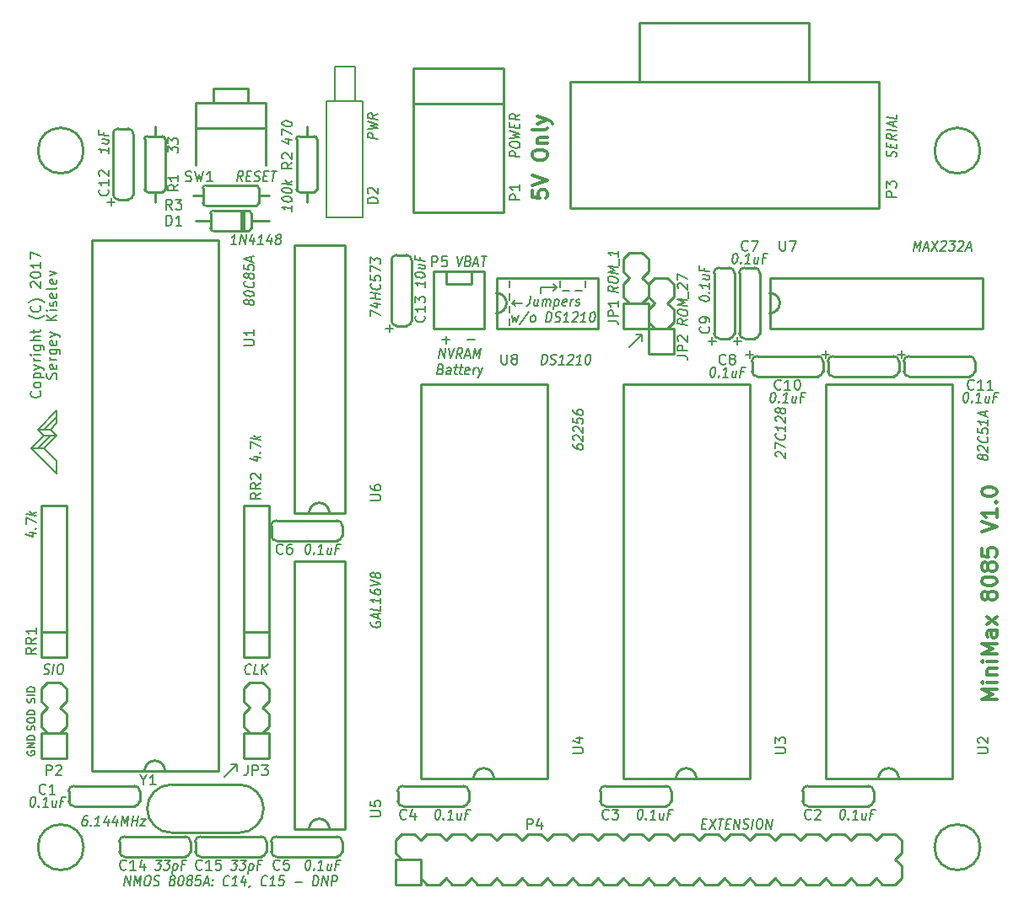
<source format=gto>
G04 #@! TF.FileFunction,Legend,Top*
%FSLAX46Y46*%
G04 Gerber Fmt 4.6, Leading zero omitted, Abs format (unit mm)*
G04 Created by KiCad (PCBNEW 4.0.1-stable) date 4/8/2017 12:25:21 PM*
%MOMM*%
G01*
G04 APERTURE LIST*
%ADD10C,0.150000*%
%ADD11C,0.200000*%
%ADD12C,0.203200*%
%ADD13C,0.152400*%
%ADD14C,0.300000*%
%ADD15C,0.304800*%
%ADD16C,0.254000*%
G04 APERTURE END LIST*
D10*
D11*
X165735000Y-74295000D02*
X164465000Y-75565000D01*
X125095000Y-117475000D02*
X123825000Y-118745000D01*
X125095000Y-117475000D02*
X125095000Y-118110000D01*
X124460000Y-117475000D02*
X125095000Y-117475000D01*
X125095000Y-117475000D02*
X124460000Y-117475000D01*
X155575000Y-69532500D02*
X155575000Y-70167500D01*
X157162500Y-69532500D02*
X155575000Y-69532500D01*
X157162500Y-69532500D02*
X156845000Y-69215000D01*
X157162500Y-69532500D02*
X156845000Y-69850000D01*
X152717500Y-71120000D02*
X153035000Y-70802500D01*
X152717500Y-71120000D02*
X153035000Y-71437500D01*
X152717500Y-71120000D02*
X153670000Y-71120000D01*
D12*
X154569584Y-70385819D02*
X154478869Y-71111533D01*
X154417185Y-71256676D01*
X154318003Y-71353438D01*
X154181327Y-71401819D01*
X154094242Y-71401819D01*
X155354565Y-70724486D02*
X155269899Y-71401819D01*
X154962679Y-70724486D02*
X154896156Y-71256676D01*
X154927603Y-71353438D01*
X155008642Y-71401819D01*
X155139270Y-71401819D01*
X155232403Y-71353438D01*
X155281994Y-71305057D01*
X155705327Y-71401819D02*
X155789993Y-70724486D01*
X155777898Y-70821248D02*
X155827489Y-70772867D01*
X155920622Y-70724486D01*
X156051250Y-70724486D01*
X156132289Y-70772867D01*
X156163736Y-70869629D01*
X156097213Y-71401819D01*
X156163736Y-70869629D02*
X156219375Y-70772867D01*
X156312508Y-70724486D01*
X156443136Y-70724486D01*
X156524175Y-70772867D01*
X156555622Y-70869629D01*
X156489099Y-71401819D01*
X157009193Y-70724486D02*
X156882193Y-71740486D01*
X157003146Y-70772867D02*
X157096279Y-70724486D01*
X157270450Y-70724486D01*
X157351489Y-70772867D01*
X157388984Y-70821248D01*
X157420432Y-70918010D01*
X157384146Y-71208295D01*
X157328508Y-71305057D01*
X157278917Y-71353438D01*
X157185784Y-71401819D01*
X157011613Y-71401819D01*
X156930574Y-71353438D01*
X158106231Y-71353438D02*
X158013098Y-71401819D01*
X157838927Y-71401819D01*
X157757888Y-71353438D01*
X157726441Y-71256676D01*
X157774821Y-70869629D01*
X157830460Y-70772867D01*
X157923593Y-70724486D01*
X158097764Y-70724486D01*
X158178803Y-70772867D01*
X158210250Y-70869629D01*
X158198155Y-70966390D01*
X157750631Y-71063152D01*
X158535612Y-71401819D02*
X158620278Y-70724486D01*
X158596088Y-70918010D02*
X158651726Y-70821248D01*
X158701317Y-70772867D01*
X158794450Y-70724486D01*
X158881535Y-70724486D01*
X159064173Y-71353438D02*
X159145212Y-71401819D01*
X159319384Y-71401819D01*
X159412516Y-71353438D01*
X159468155Y-71256676D01*
X159474202Y-71208295D01*
X159442754Y-71111533D01*
X159361717Y-71063152D01*
X159231088Y-71063152D01*
X159150050Y-71014771D01*
X159118602Y-70918010D01*
X159124649Y-70869629D01*
X159180288Y-70772867D01*
X159273421Y-70724486D01*
X159404050Y-70724486D01*
X159485088Y-70772867D01*
X152654908Y-72350086D02*
X152744413Y-73027419D01*
X152979060Y-72543610D01*
X153092756Y-73027419D01*
X153351593Y-72350086D01*
X154401460Y-71963038D02*
X153454403Y-73269324D01*
X154703842Y-73027419D02*
X154622803Y-72979038D01*
X154585308Y-72930657D01*
X154553860Y-72833895D01*
X154590146Y-72543610D01*
X154645784Y-72446848D01*
X154695375Y-72398467D01*
X154788508Y-72350086D01*
X154919136Y-72350086D01*
X155000175Y-72398467D01*
X155037670Y-72446848D01*
X155069118Y-72543610D01*
X155032832Y-72833895D01*
X154977194Y-72930657D01*
X154927603Y-72979038D01*
X154834470Y-73027419D01*
X154703842Y-73027419D01*
X156097213Y-73027419D02*
X156224213Y-72011419D01*
X156441928Y-72011419D01*
X156566508Y-72059800D01*
X156641499Y-72156562D01*
X156672947Y-72253324D01*
X156692299Y-72446848D01*
X156674156Y-72591990D01*
X156606423Y-72785514D01*
X156550785Y-72882276D01*
X156451603Y-72979038D01*
X156314928Y-73027419D01*
X156097213Y-73027419D01*
X156974117Y-72979038D02*
X157098699Y-73027419D01*
X157316413Y-73027419D01*
X157409546Y-72979038D01*
X157459137Y-72930657D01*
X157514775Y-72833895D01*
X157526870Y-72737133D01*
X157495423Y-72640371D01*
X157457927Y-72591990D01*
X157376889Y-72543610D01*
X157208765Y-72495229D01*
X157127727Y-72446848D01*
X157090232Y-72398467D01*
X157058784Y-72301705D01*
X157070879Y-72204943D01*
X157126517Y-72108181D01*
X157176108Y-72059800D01*
X157269242Y-72011419D01*
X157486956Y-72011419D01*
X157611537Y-72059800D01*
X158361442Y-73027419D02*
X157838927Y-73027419D01*
X158100185Y-73027419D02*
X158227185Y-72011419D01*
X158121956Y-72156562D01*
X158022775Y-72253324D01*
X157929641Y-72301705D01*
X158824688Y-72108181D02*
X158874279Y-72059800D01*
X158967413Y-72011419D01*
X159185127Y-72011419D01*
X159266165Y-72059800D01*
X159303660Y-72108181D01*
X159335108Y-72204943D01*
X159323013Y-72301705D01*
X159261327Y-72446848D01*
X158666242Y-73027419D01*
X159232299Y-73027419D01*
X160103156Y-73027419D02*
X159580641Y-73027419D01*
X159841899Y-73027419D02*
X159968899Y-72011419D01*
X159863670Y-72156562D01*
X159764489Y-72253324D01*
X159671355Y-72301705D01*
X160796213Y-72011419D02*
X160883298Y-72011419D01*
X160964336Y-72059800D01*
X161001831Y-72108181D01*
X161033279Y-72204943D01*
X161052632Y-72398467D01*
X161022394Y-72640371D01*
X160954660Y-72833895D01*
X160899022Y-72930657D01*
X160849431Y-72979038D01*
X160756298Y-73027419D01*
X160669213Y-73027419D01*
X160588174Y-72979038D01*
X160550679Y-72930657D01*
X160519231Y-72833895D01*
X160499879Y-72640371D01*
X160530117Y-72398467D01*
X160597850Y-72204943D01*
X160653488Y-72108181D01*
X160703079Y-72059800D01*
X160796213Y-72011419D01*
D11*
X160020000Y-68897500D02*
X160020000Y-69532500D01*
X159067500Y-69850000D02*
X159702500Y-69850000D01*
X157797500Y-69850000D02*
X158432500Y-69850000D01*
X157480000Y-68897500D02*
X157480000Y-69532500D01*
X152400000Y-69532500D02*
X152400000Y-68897500D01*
X152400000Y-70802500D02*
X152400000Y-70167500D01*
X152400000Y-72072500D02*
X152400000Y-71437500D01*
X152400000Y-73342500D02*
X152400000Y-72707500D01*
D12*
X145371155Y-76672319D02*
X145498155Y-75656319D01*
X145893670Y-76672319D01*
X146020670Y-75656319D01*
X146325470Y-75656319D02*
X146503270Y-76672319D01*
X146935070Y-75656319D01*
X147635384Y-76672319D02*
X147391060Y-76188510D01*
X147112869Y-76672319D02*
X147239869Y-75656319D01*
X147588212Y-75656319D01*
X147669250Y-75704700D01*
X147706745Y-75753081D01*
X147738193Y-75849843D01*
X147720050Y-75994986D01*
X147664412Y-76091748D01*
X147614821Y-76140129D01*
X147521688Y-76188510D01*
X147173345Y-76188510D01*
X148020011Y-76382033D02*
X148455440Y-76382033D01*
X147896641Y-76672319D02*
X148328441Y-75656319D01*
X148506241Y-76672319D01*
X148811040Y-76672319D02*
X148938040Y-75656319D01*
X149152125Y-76382033D01*
X149547640Y-75656319D01*
X149420640Y-76672319D01*
X145568307Y-77765729D02*
X145692889Y-77814110D01*
X145730384Y-77862490D01*
X145761832Y-77959252D01*
X145743689Y-78104395D01*
X145688051Y-78201157D01*
X145638460Y-78249538D01*
X145545327Y-78297919D01*
X145196984Y-78297919D01*
X145323984Y-77281919D01*
X145628784Y-77281919D01*
X145709822Y-77330300D01*
X145747317Y-77378681D01*
X145778765Y-77475443D01*
X145766670Y-77572205D01*
X145711032Y-77668967D01*
X145661441Y-77717348D01*
X145568307Y-77765729D01*
X145263507Y-77765729D01*
X146503270Y-78297919D02*
X146569793Y-77765729D01*
X146538346Y-77668967D01*
X146457307Y-77620586D01*
X146283136Y-77620586D01*
X146190003Y-77668967D01*
X146509317Y-78249538D02*
X146416184Y-78297919D01*
X146198470Y-78297919D01*
X146117431Y-78249538D01*
X146085984Y-78152776D01*
X146098079Y-78056014D01*
X146153717Y-77959252D01*
X146246851Y-77910871D01*
X146464565Y-77910871D01*
X146557698Y-77862490D01*
X146892736Y-77620586D02*
X147241079Y-77620586D01*
X147065698Y-77281919D02*
X146956841Y-78152776D01*
X146988288Y-78249538D01*
X147069327Y-78297919D01*
X147156413Y-78297919D01*
X147415250Y-77620586D02*
X147763593Y-77620586D01*
X147588212Y-77281919D02*
X147479355Y-78152776D01*
X147510802Y-78249538D01*
X147591841Y-78297919D01*
X147678927Y-78297919D01*
X148338116Y-78249538D02*
X148244983Y-78297919D01*
X148070812Y-78297919D01*
X147989773Y-78249538D01*
X147958326Y-78152776D01*
X148006706Y-77765729D01*
X148062345Y-77668967D01*
X148155478Y-77620586D01*
X148329649Y-77620586D01*
X148410688Y-77668967D01*
X148442135Y-77765729D01*
X148430040Y-77862490D01*
X147982516Y-77959252D01*
X148767497Y-78297919D02*
X148852163Y-77620586D01*
X148827973Y-77814110D02*
X148883611Y-77717348D01*
X148933202Y-77668967D01*
X149026335Y-77620586D01*
X149113420Y-77620586D01*
X149331135Y-77620586D02*
X149464183Y-78297919D01*
X149766563Y-77620586D02*
X149464183Y-78297919D01*
X149346858Y-78539824D01*
X149297268Y-78588205D01*
X149204135Y-78636586D01*
D13*
X104076500Y-116150572D02*
X104040214Y-116223143D01*
X104040214Y-116332000D01*
X104076500Y-116440857D01*
X104149071Y-116513429D01*
X104221643Y-116549714D01*
X104366786Y-116586000D01*
X104475643Y-116586000D01*
X104620786Y-116549714D01*
X104693357Y-116513429D01*
X104765929Y-116440857D01*
X104802214Y-116332000D01*
X104802214Y-116259429D01*
X104765929Y-116150572D01*
X104729643Y-116114286D01*
X104475643Y-116114286D01*
X104475643Y-116259429D01*
X104802214Y-115787714D02*
X104040214Y-115787714D01*
X104802214Y-115352286D01*
X104040214Y-115352286D01*
X104802214Y-114989428D02*
X104040214Y-114989428D01*
X104040214Y-114808000D01*
X104076500Y-114699143D01*
X104149071Y-114626571D01*
X104221643Y-114590286D01*
X104366786Y-114554000D01*
X104475643Y-114554000D01*
X104620786Y-114590286D01*
X104693357Y-114626571D01*
X104765929Y-114699143D01*
X104802214Y-114808000D01*
X104802214Y-114989428D01*
X104765929Y-111270142D02*
X104802214Y-111161285D01*
X104802214Y-110979856D01*
X104765929Y-110907285D01*
X104729643Y-110870999D01*
X104657071Y-110834714D01*
X104584500Y-110834714D01*
X104511929Y-110870999D01*
X104475643Y-110907285D01*
X104439357Y-110979856D01*
X104403071Y-111124999D01*
X104366786Y-111197571D01*
X104330500Y-111233856D01*
X104257929Y-111270142D01*
X104185357Y-111270142D01*
X104112786Y-111233856D01*
X104076500Y-111197571D01*
X104040214Y-111124999D01*
X104040214Y-110943571D01*
X104076500Y-110834714D01*
X104802214Y-110508142D02*
X104040214Y-110508142D01*
X104802214Y-110145285D02*
X104040214Y-110145285D01*
X104040214Y-109963857D01*
X104076500Y-109855000D01*
X104149071Y-109782428D01*
X104221643Y-109746143D01*
X104366786Y-109709857D01*
X104475643Y-109709857D01*
X104620786Y-109746143D01*
X104693357Y-109782428D01*
X104765929Y-109855000D01*
X104802214Y-109963857D01*
X104802214Y-110145285D01*
X104765929Y-114027857D02*
X104802214Y-113919000D01*
X104802214Y-113737571D01*
X104765929Y-113665000D01*
X104729643Y-113628714D01*
X104657071Y-113592429D01*
X104584500Y-113592429D01*
X104511929Y-113628714D01*
X104475643Y-113665000D01*
X104439357Y-113737571D01*
X104403071Y-113882714D01*
X104366786Y-113955286D01*
X104330500Y-113991571D01*
X104257929Y-114027857D01*
X104185357Y-114027857D01*
X104112786Y-113991571D01*
X104076500Y-113955286D01*
X104040214Y-113882714D01*
X104040214Y-113701286D01*
X104076500Y-113592429D01*
X104040214Y-113120715D02*
X104040214Y-112975572D01*
X104076500Y-112903000D01*
X104149071Y-112830429D01*
X104294214Y-112794143D01*
X104548214Y-112794143D01*
X104693357Y-112830429D01*
X104765929Y-112903000D01*
X104802214Y-112975572D01*
X104802214Y-113120715D01*
X104765929Y-113193286D01*
X104693357Y-113265857D01*
X104548214Y-113302143D01*
X104294214Y-113302143D01*
X104149071Y-113265857D01*
X104076500Y-113193286D01*
X104040214Y-113120715D01*
X104802214Y-112467571D02*
X104040214Y-112467571D01*
X104040214Y-112286143D01*
X104076500Y-112177286D01*
X104149071Y-112104714D01*
X104221643Y-112068429D01*
X104366786Y-112032143D01*
X104475643Y-112032143D01*
X104620786Y-112068429D01*
X104693357Y-112104714D01*
X104765929Y-112177286D01*
X104802214Y-112286143D01*
X104802214Y-112467571D01*
D12*
X113784440Y-129682119D02*
X113911440Y-128666119D01*
X114306955Y-129682119D01*
X114433955Y-128666119D01*
X114742383Y-129682119D02*
X114869383Y-128666119D01*
X115083468Y-129391833D01*
X115478983Y-128666119D01*
X115351983Y-129682119D01*
X116088584Y-128666119D02*
X116262755Y-128666119D01*
X116343793Y-128714500D01*
X116418784Y-128811262D01*
X116438135Y-129004786D01*
X116395802Y-129343452D01*
X116328070Y-129536976D01*
X116228888Y-129633738D01*
X116135755Y-129682119D01*
X115961584Y-129682119D01*
X115880545Y-129633738D01*
X115805555Y-129536976D01*
X115786202Y-129343452D01*
X115828535Y-129004786D01*
X115896269Y-128811262D01*
X115995450Y-128714500D01*
X116088584Y-128666119D01*
X116707859Y-129633738D02*
X116832441Y-129682119D01*
X117050155Y-129682119D01*
X117143288Y-129633738D01*
X117192879Y-129585357D01*
X117248517Y-129488595D01*
X117260612Y-129391833D01*
X117229165Y-129295071D01*
X117191669Y-129246690D01*
X117110631Y-129198310D01*
X116942507Y-129149929D01*
X116861469Y-129101548D01*
X116823974Y-129053167D01*
X116792526Y-128956405D01*
X116804621Y-128859643D01*
X116860259Y-128762881D01*
X116909850Y-128714500D01*
X117002984Y-128666119D01*
X117220698Y-128666119D01*
X117345279Y-128714500D01*
X118516098Y-129101548D02*
X118435060Y-129053167D01*
X118397564Y-129004786D01*
X118366117Y-128908024D01*
X118372164Y-128859643D01*
X118427802Y-128762881D01*
X118477393Y-128714500D01*
X118570527Y-128666119D01*
X118744698Y-128666119D01*
X118825736Y-128714500D01*
X118863231Y-128762881D01*
X118894679Y-128859643D01*
X118888632Y-128908024D01*
X118832993Y-129004786D01*
X118783403Y-129053167D01*
X118690269Y-129101548D01*
X118516098Y-129101548D01*
X118422964Y-129149929D01*
X118373374Y-129198310D01*
X118317736Y-129295071D01*
X118293545Y-129488595D01*
X118324993Y-129585357D01*
X118362488Y-129633738D01*
X118443527Y-129682119D01*
X118617698Y-129682119D01*
X118710831Y-129633738D01*
X118760422Y-129585357D01*
X118816060Y-129488595D01*
X118840251Y-129295071D01*
X118808803Y-129198310D01*
X118771307Y-129149929D01*
X118690269Y-129101548D01*
X119484927Y-128666119D02*
X119572012Y-128666119D01*
X119653050Y-128714500D01*
X119690545Y-128762881D01*
X119721993Y-128859643D01*
X119741346Y-129053167D01*
X119711108Y-129295071D01*
X119643374Y-129488595D01*
X119587736Y-129585357D01*
X119538145Y-129633738D01*
X119445012Y-129682119D01*
X119357927Y-129682119D01*
X119276888Y-129633738D01*
X119239393Y-129585357D01*
X119207945Y-129488595D01*
X119188593Y-129295071D01*
X119218831Y-129053167D01*
X119286564Y-128859643D01*
X119342202Y-128762881D01*
X119391793Y-128714500D01*
X119484927Y-128666119D01*
X120257812Y-129101548D02*
X120176774Y-129053167D01*
X120139278Y-129004786D01*
X120107831Y-128908024D01*
X120113878Y-128859643D01*
X120169516Y-128762881D01*
X120219107Y-128714500D01*
X120312241Y-128666119D01*
X120486412Y-128666119D01*
X120567450Y-128714500D01*
X120604945Y-128762881D01*
X120636393Y-128859643D01*
X120630346Y-128908024D01*
X120574707Y-129004786D01*
X120525117Y-129053167D01*
X120431983Y-129101548D01*
X120257812Y-129101548D01*
X120164678Y-129149929D01*
X120115088Y-129198310D01*
X120059450Y-129295071D01*
X120035259Y-129488595D01*
X120066707Y-129585357D01*
X120104202Y-129633738D01*
X120185241Y-129682119D01*
X120359412Y-129682119D01*
X120452545Y-129633738D01*
X120502136Y-129585357D01*
X120557774Y-129488595D01*
X120581965Y-129295071D01*
X120550517Y-129198310D01*
X120513021Y-129149929D01*
X120431983Y-129101548D01*
X121487898Y-128666119D02*
X121052469Y-128666119D01*
X120948449Y-129149929D01*
X120998040Y-129101548D01*
X121091174Y-129053167D01*
X121308888Y-129053167D01*
X121389926Y-129101548D01*
X121427421Y-129149929D01*
X121458869Y-129246690D01*
X121428631Y-129488595D01*
X121372993Y-129585357D01*
X121323402Y-129633738D01*
X121230269Y-129682119D01*
X121012555Y-129682119D01*
X120931516Y-129633738D01*
X120894021Y-129585357D01*
X121789068Y-129391833D02*
X122224497Y-129391833D01*
X121665698Y-129682119D02*
X122097498Y-128666119D01*
X122275298Y-129682119D01*
X122592192Y-129585357D02*
X122629687Y-129633738D01*
X122580097Y-129682119D01*
X122542601Y-129633738D01*
X122592192Y-129585357D01*
X122580097Y-129682119D01*
X122658716Y-129053167D02*
X122696211Y-129101548D01*
X122646620Y-129149929D01*
X122609125Y-129101548D01*
X122658716Y-129053167D01*
X122646620Y-129149929D01*
X124246822Y-129585357D02*
X124197231Y-129633738D01*
X124060555Y-129682119D01*
X123973469Y-129682119D01*
X123848888Y-129633738D01*
X123773898Y-129536976D01*
X123742450Y-129440214D01*
X123723097Y-129246690D01*
X123741240Y-129101548D01*
X123808974Y-128908024D01*
X123864612Y-128811262D01*
X123963793Y-128714500D01*
X124100469Y-128666119D01*
X124187555Y-128666119D01*
X124312136Y-128714500D01*
X124349631Y-128762881D01*
X125105584Y-129682119D02*
X124583069Y-129682119D01*
X124844327Y-129682119D02*
X124971327Y-128666119D01*
X124866098Y-128811262D01*
X124766917Y-128908024D01*
X124673783Y-128956405D01*
X125974021Y-129004786D02*
X125889355Y-129682119D01*
X125804688Y-128617738D02*
X125496259Y-129343452D01*
X126062317Y-129343452D01*
X126417916Y-129633738D02*
X126411869Y-129682119D01*
X126356230Y-129778881D01*
X126306640Y-129827262D01*
X128035051Y-129585357D02*
X127985460Y-129633738D01*
X127848784Y-129682119D01*
X127761698Y-129682119D01*
X127637117Y-129633738D01*
X127562127Y-129536976D01*
X127530679Y-129440214D01*
X127511326Y-129246690D01*
X127529469Y-129101548D01*
X127597203Y-128908024D01*
X127652841Y-128811262D01*
X127752022Y-128714500D01*
X127888698Y-128666119D01*
X127975784Y-128666119D01*
X128100365Y-128714500D01*
X128137860Y-128762881D01*
X128893813Y-129682119D02*
X128371298Y-129682119D01*
X128632556Y-129682119D02*
X128759556Y-128666119D01*
X128654327Y-128811262D01*
X128555146Y-128908024D01*
X128462012Y-128956405D01*
X129848127Y-128666119D02*
X129412698Y-128666119D01*
X129308678Y-129149929D01*
X129358269Y-129101548D01*
X129451403Y-129053167D01*
X129669117Y-129053167D01*
X129750155Y-129101548D01*
X129787650Y-129149929D01*
X129819098Y-129246690D01*
X129788860Y-129488595D01*
X129733222Y-129585357D01*
X129683631Y-129633738D01*
X129590498Y-129682119D01*
X129372784Y-129682119D01*
X129291745Y-129633738D01*
X129254250Y-129585357D01*
X130901622Y-129295071D02*
X131598308Y-129295071D01*
X132682041Y-129682119D02*
X132809041Y-128666119D01*
X133026756Y-128666119D01*
X133151336Y-128714500D01*
X133226327Y-128811262D01*
X133257775Y-128908024D01*
X133277127Y-129101548D01*
X133258984Y-129246690D01*
X133191251Y-129440214D01*
X133135613Y-129536976D01*
X133036431Y-129633738D01*
X132899756Y-129682119D01*
X132682041Y-129682119D01*
X133596441Y-129682119D02*
X133723441Y-128666119D01*
X134118956Y-129682119D01*
X134245956Y-128666119D01*
X134554384Y-129682119D02*
X134681384Y-128666119D01*
X135029727Y-128666119D01*
X135110765Y-128714500D01*
X135148260Y-128762881D01*
X135179708Y-128859643D01*
X135161565Y-129004786D01*
X135105927Y-129101548D01*
X135056336Y-129149929D01*
X134963203Y-129198310D01*
X134614860Y-129198310D01*
D11*
X165100000Y-74295000D02*
X165735000Y-74295000D01*
X165735000Y-74295000D02*
X165735000Y-74930000D01*
D12*
X148202953Y-74812071D02*
X148977048Y-74812071D01*
X145662953Y-74812071D02*
X146437048Y-74812071D01*
X146050000Y-75199119D02*
X146050000Y-74425024D01*
D14*
X154753571Y-59800713D02*
X154753571Y-60514999D01*
X155467857Y-60586428D01*
X155396429Y-60514999D01*
X155325000Y-60372142D01*
X155325000Y-60014999D01*
X155396429Y-59872142D01*
X155467857Y-59800713D01*
X155610714Y-59729285D01*
X155967857Y-59729285D01*
X156110714Y-59800713D01*
X156182143Y-59872142D01*
X156253571Y-60014999D01*
X156253571Y-60372142D01*
X156182143Y-60514999D01*
X156110714Y-60586428D01*
X154753571Y-59300714D02*
X156253571Y-58800714D01*
X154753571Y-58300714D01*
X154753571Y-56372143D02*
X154753571Y-56086429D01*
X154825000Y-55943571D01*
X154967857Y-55800714D01*
X155253571Y-55729286D01*
X155753571Y-55729286D01*
X156039286Y-55800714D01*
X156182143Y-55943571D01*
X156253571Y-56086429D01*
X156253571Y-56372143D01*
X156182143Y-56515000D01*
X156039286Y-56657857D01*
X155753571Y-56729286D01*
X155253571Y-56729286D01*
X154967857Y-56657857D01*
X154825000Y-56515000D01*
X154753571Y-56372143D01*
X155253571Y-55086428D02*
X156253571Y-55086428D01*
X155396429Y-55086428D02*
X155325000Y-55015000D01*
X155253571Y-54872142D01*
X155253571Y-54657857D01*
X155325000Y-54515000D01*
X155467857Y-54443571D01*
X156253571Y-54443571D01*
X156253571Y-53514999D02*
X156182143Y-53657857D01*
X156039286Y-53729285D01*
X154753571Y-53729285D01*
X155253571Y-53086428D02*
X156253571Y-52729285D01*
X155253571Y-52372143D02*
X156253571Y-52729285D01*
X156610714Y-52872143D01*
X156682143Y-52943571D01*
X156753571Y-53086428D01*
D12*
X105277557Y-79994880D02*
X105325938Y-80043261D01*
X105374319Y-80188404D01*
X105374319Y-80285166D01*
X105325938Y-80430308D01*
X105229176Y-80527070D01*
X105132414Y-80575451D01*
X104938890Y-80623832D01*
X104793748Y-80623832D01*
X104600224Y-80575451D01*
X104503462Y-80527070D01*
X104406700Y-80430308D01*
X104358319Y-80285166D01*
X104358319Y-80188404D01*
X104406700Y-80043261D01*
X104455081Y-79994880D01*
X105374319Y-79414308D02*
X105325938Y-79511070D01*
X105277557Y-79559451D01*
X105180795Y-79607832D01*
X104890510Y-79607832D01*
X104793748Y-79559451D01*
X104745367Y-79511070D01*
X104696986Y-79414308D01*
X104696986Y-79269166D01*
X104745367Y-79172404D01*
X104793748Y-79124023D01*
X104890510Y-79075642D01*
X105180795Y-79075642D01*
X105277557Y-79124023D01*
X105325938Y-79172404D01*
X105374319Y-79269166D01*
X105374319Y-79414308D01*
X104696986Y-78640213D02*
X105712986Y-78640213D01*
X104745367Y-78640213D02*
X104696986Y-78543451D01*
X104696986Y-78349928D01*
X104745367Y-78253166D01*
X104793748Y-78204785D01*
X104890510Y-78156404D01*
X105180795Y-78156404D01*
X105277557Y-78204785D01*
X105325938Y-78253166D01*
X105374319Y-78349928D01*
X105374319Y-78543451D01*
X105325938Y-78640213D01*
X104696986Y-77817737D02*
X105374319Y-77575832D01*
X104696986Y-77333928D02*
X105374319Y-77575832D01*
X105616224Y-77672594D01*
X105664605Y-77720975D01*
X105712986Y-77817737D01*
X105374319Y-76946880D02*
X104696986Y-76946880D01*
X104890510Y-76946880D02*
X104793748Y-76898499D01*
X104745367Y-76850118D01*
X104696986Y-76753356D01*
X104696986Y-76656595D01*
X105374319Y-76317928D02*
X104696986Y-76317928D01*
X104358319Y-76317928D02*
X104406700Y-76366309D01*
X104455081Y-76317928D01*
X104406700Y-76269547D01*
X104358319Y-76317928D01*
X104455081Y-76317928D01*
X104696986Y-75398690D02*
X105519462Y-75398690D01*
X105616224Y-75447071D01*
X105664605Y-75495452D01*
X105712986Y-75592213D01*
X105712986Y-75737356D01*
X105664605Y-75834118D01*
X105325938Y-75398690D02*
X105374319Y-75495452D01*
X105374319Y-75688975D01*
X105325938Y-75785737D01*
X105277557Y-75834118D01*
X105180795Y-75882499D01*
X104890510Y-75882499D01*
X104793748Y-75834118D01*
X104745367Y-75785737D01*
X104696986Y-75688975D01*
X104696986Y-75495452D01*
X104745367Y-75398690D01*
X105374319Y-74914880D02*
X104358319Y-74914880D01*
X105374319Y-74479452D02*
X104842129Y-74479452D01*
X104745367Y-74527833D01*
X104696986Y-74624595D01*
X104696986Y-74769737D01*
X104745367Y-74866499D01*
X104793748Y-74914880D01*
X104696986Y-74140785D02*
X104696986Y-73753737D01*
X104358319Y-73995642D02*
X105229176Y-73995642D01*
X105325938Y-73947261D01*
X105374319Y-73850499D01*
X105374319Y-73753737D01*
X105761367Y-72350691D02*
X105712986Y-72399071D01*
X105567843Y-72495833D01*
X105471081Y-72544214D01*
X105325938Y-72592595D01*
X105084033Y-72640976D01*
X104890510Y-72640976D01*
X104648605Y-72592595D01*
X104503462Y-72544214D01*
X104406700Y-72495833D01*
X104261557Y-72399071D01*
X104213176Y-72350691D01*
X105277557Y-71383072D02*
X105325938Y-71431453D01*
X105374319Y-71576596D01*
X105374319Y-71673358D01*
X105325938Y-71818500D01*
X105229176Y-71915262D01*
X105132414Y-71963643D01*
X104938890Y-72012024D01*
X104793748Y-72012024D01*
X104600224Y-71963643D01*
X104503462Y-71915262D01*
X104406700Y-71818500D01*
X104358319Y-71673358D01*
X104358319Y-71576596D01*
X104406700Y-71431453D01*
X104455081Y-71383072D01*
X105761367Y-71044405D02*
X105712986Y-70996024D01*
X105567843Y-70899262D01*
X105471081Y-70850881D01*
X105325938Y-70802500D01*
X105084033Y-70754119D01*
X104890510Y-70754119D01*
X104648605Y-70802500D01*
X104503462Y-70850881D01*
X104406700Y-70899262D01*
X104261557Y-70996024D01*
X104213176Y-71044405D01*
X104455081Y-69544596D02*
X104406700Y-69496215D01*
X104358319Y-69399453D01*
X104358319Y-69157549D01*
X104406700Y-69060787D01*
X104455081Y-69012406D01*
X104551843Y-68964025D01*
X104648605Y-68964025D01*
X104793748Y-69012406D01*
X105374319Y-69592977D01*
X105374319Y-68964025D01*
X104358319Y-68335072D02*
X104358319Y-68238311D01*
X104406700Y-68141549D01*
X104455081Y-68093168D01*
X104551843Y-68044787D01*
X104745367Y-67996406D01*
X104987271Y-67996406D01*
X105180795Y-68044787D01*
X105277557Y-68093168D01*
X105325938Y-68141549D01*
X105374319Y-68238311D01*
X105374319Y-68335072D01*
X105325938Y-68431834D01*
X105277557Y-68480215D01*
X105180795Y-68528596D01*
X104987271Y-68576977D01*
X104745367Y-68576977D01*
X104551843Y-68528596D01*
X104455081Y-68480215D01*
X104406700Y-68431834D01*
X104358319Y-68335072D01*
X105374319Y-67028787D02*
X105374319Y-67609358D01*
X105374319Y-67319072D02*
X104358319Y-67319072D01*
X104503462Y-67415834D01*
X104600224Y-67512596D01*
X104648605Y-67609358D01*
X104358319Y-66690120D02*
X104358319Y-66012787D01*
X105374319Y-66448215D01*
X106951538Y-78736975D02*
X106999919Y-78591832D01*
X106999919Y-78349928D01*
X106951538Y-78253166D01*
X106903157Y-78204785D01*
X106806395Y-78156404D01*
X106709633Y-78156404D01*
X106612871Y-78204785D01*
X106564490Y-78253166D01*
X106516110Y-78349928D01*
X106467729Y-78543451D01*
X106419348Y-78640213D01*
X106370967Y-78688594D01*
X106274205Y-78736975D01*
X106177443Y-78736975D01*
X106080681Y-78688594D01*
X106032300Y-78640213D01*
X105983919Y-78543451D01*
X105983919Y-78301547D01*
X106032300Y-78156404D01*
X106951538Y-77333928D02*
X106999919Y-77430690D01*
X106999919Y-77624213D01*
X106951538Y-77720975D01*
X106854776Y-77769356D01*
X106467729Y-77769356D01*
X106370967Y-77720975D01*
X106322586Y-77624213D01*
X106322586Y-77430690D01*
X106370967Y-77333928D01*
X106467729Y-77285547D01*
X106564490Y-77285547D01*
X106661252Y-77769356D01*
X106999919Y-76850118D02*
X106322586Y-76850118D01*
X106516110Y-76850118D02*
X106419348Y-76801737D01*
X106370967Y-76753356D01*
X106322586Y-76656594D01*
X106322586Y-76559833D01*
X106322586Y-75785738D02*
X107145062Y-75785738D01*
X107241824Y-75834119D01*
X107290205Y-75882500D01*
X107338586Y-75979261D01*
X107338586Y-76124404D01*
X107290205Y-76221166D01*
X106951538Y-75785738D02*
X106999919Y-75882500D01*
X106999919Y-76076023D01*
X106951538Y-76172785D01*
X106903157Y-76221166D01*
X106806395Y-76269547D01*
X106516110Y-76269547D01*
X106419348Y-76221166D01*
X106370967Y-76172785D01*
X106322586Y-76076023D01*
X106322586Y-75882500D01*
X106370967Y-75785738D01*
X106951538Y-74914881D02*
X106999919Y-75011643D01*
X106999919Y-75205166D01*
X106951538Y-75301928D01*
X106854776Y-75350309D01*
X106467729Y-75350309D01*
X106370967Y-75301928D01*
X106322586Y-75205166D01*
X106322586Y-75011643D01*
X106370967Y-74914881D01*
X106467729Y-74866500D01*
X106564490Y-74866500D01*
X106661252Y-75350309D01*
X106322586Y-74527833D02*
X106999919Y-74285928D01*
X106322586Y-74044024D02*
X106999919Y-74285928D01*
X107241824Y-74382690D01*
X107290205Y-74431071D01*
X107338586Y-74527833D01*
X106999919Y-72882881D02*
X105983919Y-72882881D01*
X106999919Y-72302310D02*
X106419348Y-72737738D01*
X105983919Y-72302310D02*
X106564490Y-72882881D01*
X106999919Y-71866881D02*
X106322586Y-71866881D01*
X105983919Y-71866881D02*
X106032300Y-71915262D01*
X106080681Y-71866881D01*
X106032300Y-71818500D01*
X105983919Y-71866881D01*
X106080681Y-71866881D01*
X106951538Y-71431452D02*
X106999919Y-71334690D01*
X106999919Y-71141166D01*
X106951538Y-71044405D01*
X106854776Y-70996024D01*
X106806395Y-70996024D01*
X106709633Y-71044405D01*
X106661252Y-71141166D01*
X106661252Y-71286309D01*
X106612871Y-71383071D01*
X106516110Y-71431452D01*
X106467729Y-71431452D01*
X106370967Y-71383071D01*
X106322586Y-71286309D01*
X106322586Y-71141166D01*
X106370967Y-71044405D01*
X106951538Y-70173548D02*
X106999919Y-70270310D01*
X106999919Y-70463833D01*
X106951538Y-70560595D01*
X106854776Y-70608976D01*
X106467729Y-70608976D01*
X106370967Y-70560595D01*
X106322586Y-70463833D01*
X106322586Y-70270310D01*
X106370967Y-70173548D01*
X106467729Y-70125167D01*
X106564490Y-70125167D01*
X106661252Y-70608976D01*
X106999919Y-69544595D02*
X106951538Y-69641357D01*
X106854776Y-69689738D01*
X105983919Y-69689738D01*
X106951538Y-68770501D02*
X106999919Y-68867263D01*
X106999919Y-69060786D01*
X106951538Y-69157548D01*
X106854776Y-69205929D01*
X106467729Y-69205929D01*
X106370967Y-69157548D01*
X106322586Y-69060786D01*
X106322586Y-68867263D01*
X106370967Y-68770501D01*
X106467729Y-68722120D01*
X106564490Y-68722120D01*
X106661252Y-69205929D01*
X106322586Y-68383453D02*
X106999919Y-68141548D01*
X106322586Y-67899644D01*
D15*
X201349429Y-110961715D02*
X199825429Y-110961715D01*
X200914000Y-110453715D01*
X199825429Y-109945715D01*
X201349429Y-109945715D01*
X201349429Y-109220001D02*
X200333429Y-109220001D01*
X199825429Y-109220001D02*
X199898000Y-109292572D01*
X199970571Y-109220001D01*
X199898000Y-109147429D01*
X199825429Y-109220001D01*
X199970571Y-109220001D01*
X200333429Y-108494287D02*
X201349429Y-108494287D01*
X200478571Y-108494287D02*
X200406000Y-108421715D01*
X200333429Y-108276573D01*
X200333429Y-108058858D01*
X200406000Y-107913715D01*
X200551143Y-107841144D01*
X201349429Y-107841144D01*
X201349429Y-107115430D02*
X200333429Y-107115430D01*
X199825429Y-107115430D02*
X199898000Y-107188001D01*
X199970571Y-107115430D01*
X199898000Y-107042858D01*
X199825429Y-107115430D01*
X199970571Y-107115430D01*
X201349429Y-106389716D02*
X199825429Y-106389716D01*
X200914000Y-105881716D01*
X199825429Y-105373716D01*
X201349429Y-105373716D01*
X201349429Y-103994859D02*
X200551143Y-103994859D01*
X200406000Y-104067430D01*
X200333429Y-104212573D01*
X200333429Y-104502859D01*
X200406000Y-104648002D01*
X201276857Y-103994859D02*
X201349429Y-104140002D01*
X201349429Y-104502859D01*
X201276857Y-104648002D01*
X201131714Y-104720573D01*
X200986571Y-104720573D01*
X200841429Y-104648002D01*
X200768857Y-104502859D01*
X200768857Y-104140002D01*
X200696286Y-103994859D01*
X201349429Y-103414288D02*
X200333429Y-102616002D01*
X200333429Y-103414288D02*
X201349429Y-102616002D01*
X200478571Y-100656574D02*
X200406000Y-100801716D01*
X200333429Y-100874288D01*
X200188286Y-100946859D01*
X200115714Y-100946859D01*
X199970571Y-100874288D01*
X199898000Y-100801716D01*
X199825429Y-100656574D01*
X199825429Y-100366288D01*
X199898000Y-100221145D01*
X199970571Y-100148574D01*
X200115714Y-100076002D01*
X200188286Y-100076002D01*
X200333429Y-100148574D01*
X200406000Y-100221145D01*
X200478571Y-100366288D01*
X200478571Y-100656574D01*
X200551143Y-100801716D01*
X200623714Y-100874288D01*
X200768857Y-100946859D01*
X201059143Y-100946859D01*
X201204286Y-100874288D01*
X201276857Y-100801716D01*
X201349429Y-100656574D01*
X201349429Y-100366288D01*
X201276857Y-100221145D01*
X201204286Y-100148574D01*
X201059143Y-100076002D01*
X200768857Y-100076002D01*
X200623714Y-100148574D01*
X200551143Y-100221145D01*
X200478571Y-100366288D01*
X199825429Y-99132573D02*
X199825429Y-98987430D01*
X199898000Y-98842287D01*
X199970571Y-98769716D01*
X200115714Y-98697145D01*
X200406000Y-98624573D01*
X200768857Y-98624573D01*
X201059143Y-98697145D01*
X201204286Y-98769716D01*
X201276857Y-98842287D01*
X201349429Y-98987430D01*
X201349429Y-99132573D01*
X201276857Y-99277716D01*
X201204286Y-99350287D01*
X201059143Y-99422859D01*
X200768857Y-99495430D01*
X200406000Y-99495430D01*
X200115714Y-99422859D01*
X199970571Y-99350287D01*
X199898000Y-99277716D01*
X199825429Y-99132573D01*
X200478571Y-97753716D02*
X200406000Y-97898858D01*
X200333429Y-97971430D01*
X200188286Y-98044001D01*
X200115714Y-98044001D01*
X199970571Y-97971430D01*
X199898000Y-97898858D01*
X199825429Y-97753716D01*
X199825429Y-97463430D01*
X199898000Y-97318287D01*
X199970571Y-97245716D01*
X200115714Y-97173144D01*
X200188286Y-97173144D01*
X200333429Y-97245716D01*
X200406000Y-97318287D01*
X200478571Y-97463430D01*
X200478571Y-97753716D01*
X200551143Y-97898858D01*
X200623714Y-97971430D01*
X200768857Y-98044001D01*
X201059143Y-98044001D01*
X201204286Y-97971430D01*
X201276857Y-97898858D01*
X201349429Y-97753716D01*
X201349429Y-97463430D01*
X201276857Y-97318287D01*
X201204286Y-97245716D01*
X201059143Y-97173144D01*
X200768857Y-97173144D01*
X200623714Y-97245716D01*
X200551143Y-97318287D01*
X200478571Y-97463430D01*
X199825429Y-95794287D02*
X199825429Y-96520001D01*
X200551143Y-96592572D01*
X200478571Y-96520001D01*
X200406000Y-96374858D01*
X200406000Y-96012001D01*
X200478571Y-95866858D01*
X200551143Y-95794287D01*
X200696286Y-95721715D01*
X201059143Y-95721715D01*
X201204286Y-95794287D01*
X201276857Y-95866858D01*
X201349429Y-96012001D01*
X201349429Y-96374858D01*
X201276857Y-96520001D01*
X201204286Y-96592572D01*
X199825429Y-94125143D02*
X201349429Y-93617143D01*
X199825429Y-93109143D01*
X201349429Y-91802857D02*
X201349429Y-92673714D01*
X201349429Y-92238286D02*
X199825429Y-92238286D01*
X200043143Y-92383429D01*
X200188286Y-92528571D01*
X200260857Y-92673714D01*
X201204286Y-91149714D02*
X201276857Y-91077142D01*
X201349429Y-91149714D01*
X201276857Y-91222285D01*
X201204286Y-91149714D01*
X201349429Y-91149714D01*
X199825429Y-90133714D02*
X199825429Y-89988571D01*
X199898000Y-89843428D01*
X199970571Y-89770857D01*
X200115714Y-89698286D01*
X200406000Y-89625714D01*
X200768857Y-89625714D01*
X201059143Y-89698286D01*
X201204286Y-89770857D01*
X201276857Y-89843428D01*
X201349429Y-89988571D01*
X201349429Y-90133714D01*
X201276857Y-90278857D01*
X201204286Y-90351428D01*
X201059143Y-90424000D01*
X200768857Y-90496571D01*
X200406000Y-90496571D01*
X200115714Y-90424000D01*
X199970571Y-90351428D01*
X199898000Y-90278857D01*
X199825429Y-90133714D01*
D11*
X105727500Y-83820000D02*
X106997500Y-82550000D01*
X105092500Y-85725000D02*
X106362500Y-84455000D01*
X105727500Y-84455000D02*
X106997500Y-84455000D01*
X105092500Y-83820000D02*
X106362500Y-83820000D01*
X104457500Y-85725000D02*
X105727500Y-85725000D01*
X106997500Y-86995000D02*
X106997500Y-88265000D01*
X105727500Y-85725000D02*
X106997500Y-86995000D01*
X106997500Y-84455000D02*
X105727500Y-85725000D01*
X106362500Y-83820000D02*
X106997500Y-84455000D01*
X106997500Y-83185000D02*
X106362500Y-83820000D01*
X106997500Y-81915000D02*
X106997500Y-83185000D01*
X105092500Y-83820000D02*
X106997500Y-81915000D01*
X105727500Y-84455000D02*
X105092500Y-83820000D01*
X104457500Y-85725000D02*
X105727500Y-84455000D01*
X106997500Y-88265000D02*
X104457500Y-85725000D01*
D16*
X115316000Y-121158000D02*
X115316000Y-120142000D01*
X108712000Y-121666000D02*
X114808000Y-121666000D01*
X108712000Y-119634000D02*
X114808000Y-119634000D01*
X114808000Y-121666000D02*
G75*
G03X115316000Y-121158000I0J508000D01*
G01*
X115316000Y-120142000D02*
G75*
G03X114808000Y-119634000I-508000J0D01*
G01*
X108204000Y-121158000D02*
G75*
G03X108712000Y-121666000I508000J0D01*
G01*
X108712000Y-119634000D02*
G75*
G03X108204000Y-120142000I0J-508000D01*
G01*
X108204000Y-121158000D02*
X108204000Y-120142000D01*
X188976000Y-121158000D02*
X188976000Y-120142000D01*
X182372000Y-121666000D02*
X188468000Y-121666000D01*
X182372000Y-119634000D02*
X188468000Y-119634000D01*
X188468000Y-121666000D02*
G75*
G03X188976000Y-121158000I0J508000D01*
G01*
X188976000Y-120142000D02*
G75*
G03X188468000Y-119634000I-508000J0D01*
G01*
X181864000Y-121158000D02*
G75*
G03X182372000Y-121666000I508000J0D01*
G01*
X182372000Y-119634000D02*
G75*
G03X181864000Y-120142000I0J-508000D01*
G01*
X181864000Y-121158000D02*
X181864000Y-120142000D01*
X168656000Y-121158000D02*
X168656000Y-120142000D01*
X162052000Y-121666000D02*
X168148000Y-121666000D01*
X162052000Y-119634000D02*
X168148000Y-119634000D01*
X168148000Y-121666000D02*
G75*
G03X168656000Y-121158000I0J508000D01*
G01*
X168656000Y-120142000D02*
G75*
G03X168148000Y-119634000I-508000J0D01*
G01*
X161544000Y-121158000D02*
G75*
G03X162052000Y-121666000I508000J0D01*
G01*
X162052000Y-119634000D02*
G75*
G03X161544000Y-120142000I0J-508000D01*
G01*
X161544000Y-121158000D02*
X161544000Y-120142000D01*
X148336000Y-121158000D02*
X148336000Y-120142000D01*
X141732000Y-121666000D02*
X147828000Y-121666000D01*
X141732000Y-119634000D02*
X147828000Y-119634000D01*
X147828000Y-121666000D02*
G75*
G03X148336000Y-121158000I0J508000D01*
G01*
X148336000Y-120142000D02*
G75*
G03X147828000Y-119634000I-508000J0D01*
G01*
X141224000Y-121158000D02*
G75*
G03X141732000Y-121666000I508000J0D01*
G01*
X141732000Y-119634000D02*
G75*
G03X141224000Y-120142000I0J-508000D01*
G01*
X141224000Y-121158000D02*
X141224000Y-120142000D01*
X135636000Y-126238000D02*
X135636000Y-125222000D01*
X129032000Y-126746000D02*
X135128000Y-126746000D01*
X129032000Y-124714000D02*
X135128000Y-124714000D01*
X135128000Y-126746000D02*
G75*
G03X135636000Y-126238000I0J508000D01*
G01*
X135636000Y-125222000D02*
G75*
G03X135128000Y-124714000I-508000J0D01*
G01*
X128524000Y-126238000D02*
G75*
G03X129032000Y-126746000I508000J0D01*
G01*
X129032000Y-124714000D02*
G75*
G03X128524000Y-125222000I0J-508000D01*
G01*
X128524000Y-126238000D02*
X128524000Y-125222000D01*
X135636000Y-94488000D02*
X135636000Y-93472000D01*
X129032000Y-94996000D02*
X135128000Y-94996000D01*
X129032000Y-92964000D02*
X135128000Y-92964000D01*
X135128000Y-94996000D02*
G75*
G03X135636000Y-94488000I0J508000D01*
G01*
X135636000Y-93472000D02*
G75*
G03X135128000Y-92964000I-508000J0D01*
G01*
X128524000Y-94488000D02*
G75*
G03X129032000Y-94996000I508000J0D01*
G01*
X129032000Y-92964000D02*
G75*
G03X128524000Y-93472000I0J-508000D01*
G01*
X128524000Y-94488000D02*
X128524000Y-93472000D01*
X163830000Y-71120000D02*
X166370000Y-71120000D01*
X166370000Y-73660000D02*
X163830000Y-73660000D01*
X163830000Y-73660000D02*
X163830000Y-71120000D01*
X164465000Y-71120000D02*
X163830000Y-70485000D01*
X163830000Y-70485000D02*
X163830000Y-69215000D01*
X163830000Y-69215000D02*
X164465000Y-68580000D01*
X164465000Y-68580000D02*
X163830000Y-67945000D01*
X163830000Y-67945000D02*
X163830000Y-66675000D01*
X163830000Y-66675000D02*
X164465000Y-66040000D01*
X164465000Y-66040000D02*
X165735000Y-66040000D01*
X165735000Y-66040000D02*
X166370000Y-66675000D01*
X166370000Y-66675000D02*
X166370000Y-67945000D01*
X166370000Y-67945000D02*
X165735000Y-68580000D01*
X165735000Y-68580000D02*
X166370000Y-69215000D01*
X166370000Y-69215000D02*
X166370000Y-70485000D01*
X166370000Y-70485000D02*
X165735000Y-71120000D01*
X166370000Y-71120000D02*
X166370000Y-73660000D01*
X166370000Y-73660000D02*
X168910000Y-73660000D01*
X168910000Y-76200000D02*
X166370000Y-76200000D01*
X166370000Y-76200000D02*
X166370000Y-73660000D01*
X167005000Y-73660000D02*
X166370000Y-73025000D01*
X166370000Y-73025000D02*
X166370000Y-71755000D01*
X166370000Y-71755000D02*
X167005000Y-71120000D01*
X167005000Y-71120000D02*
X166370000Y-70485000D01*
X166370000Y-70485000D02*
X166370000Y-69215000D01*
X166370000Y-69215000D02*
X167005000Y-68580000D01*
X167005000Y-68580000D02*
X168275000Y-68580000D01*
X168275000Y-68580000D02*
X168910000Y-69215000D01*
X168910000Y-69215000D02*
X168910000Y-70485000D01*
X168910000Y-70485000D02*
X168275000Y-71120000D01*
X168275000Y-71120000D02*
X168910000Y-71755000D01*
X168910000Y-71755000D02*
X168910000Y-73025000D01*
X168910000Y-73025000D02*
X168275000Y-73660000D01*
X168910000Y-73660000D02*
X168910000Y-76200000D01*
X125730000Y-114300000D02*
X128270000Y-114300000D01*
X128270000Y-116840000D02*
X125730000Y-116840000D01*
X125730000Y-116840000D02*
X125730000Y-114300000D01*
X126365000Y-114300000D02*
X125730000Y-113665000D01*
X125730000Y-113665000D02*
X125730000Y-112395000D01*
X125730000Y-112395000D02*
X126365000Y-111760000D01*
X126365000Y-111760000D02*
X125730000Y-111125000D01*
X125730000Y-111125000D02*
X125730000Y-109855000D01*
X125730000Y-109855000D02*
X126365000Y-109220000D01*
X126365000Y-109220000D02*
X127635000Y-109220000D01*
X127635000Y-109220000D02*
X128270000Y-109855000D01*
X128270000Y-109855000D02*
X128270000Y-111125000D01*
X128270000Y-111125000D02*
X127635000Y-111760000D01*
X127635000Y-111760000D02*
X128270000Y-112395000D01*
X128270000Y-112395000D02*
X128270000Y-113665000D01*
X128270000Y-113665000D02*
X127635000Y-114300000D01*
X128270000Y-114300000D02*
X128270000Y-116840000D01*
X151820880Y-51043840D02*
X142819120Y-51043840D01*
X151820880Y-47546260D02*
X151820880Y-62044580D01*
X151820880Y-62044580D02*
X142819120Y-62044580D01*
X142819120Y-62044580D02*
X142819120Y-47546260D01*
X142819120Y-47546260D02*
X151820880Y-47546260D01*
X105410000Y-114300000D02*
X107950000Y-114300000D01*
X107950000Y-116840000D02*
X105410000Y-116840000D01*
X105410000Y-116840000D02*
X105410000Y-114300000D01*
X106045000Y-114300000D02*
X105410000Y-113665000D01*
X105410000Y-113665000D02*
X105410000Y-112395000D01*
X105410000Y-112395000D02*
X106045000Y-111760000D01*
X106045000Y-111760000D02*
X105410000Y-111125000D01*
X105410000Y-111125000D02*
X105410000Y-109855000D01*
X105410000Y-109855000D02*
X106045000Y-109220000D01*
X106045000Y-109220000D02*
X107315000Y-109220000D01*
X107315000Y-109220000D02*
X107950000Y-109855000D01*
X107950000Y-109855000D02*
X107950000Y-111125000D01*
X107950000Y-111125000D02*
X107315000Y-111760000D01*
X107315000Y-111760000D02*
X107950000Y-112395000D01*
X107950000Y-112395000D02*
X107950000Y-113665000D01*
X107950000Y-113665000D02*
X107315000Y-114300000D01*
X107950000Y-114300000D02*
X107950000Y-116840000D01*
X182245000Y-129540000D02*
X183515000Y-129540000D01*
X183515000Y-129540000D02*
X184150000Y-128905000D01*
X184150000Y-128905000D02*
X184785000Y-129540000D01*
X184785000Y-129540000D02*
X186055000Y-129540000D01*
X186055000Y-129540000D02*
X186690000Y-128905000D01*
X186690000Y-128905000D02*
X187325000Y-129540000D01*
X187325000Y-129540000D02*
X188595000Y-129540000D01*
X188595000Y-129540000D02*
X189230000Y-128905000D01*
X189230000Y-128905000D02*
X189865000Y-129540000D01*
X182245000Y-124460000D02*
X183515000Y-124460000D01*
X183515000Y-124460000D02*
X184150000Y-125095000D01*
X184150000Y-125095000D02*
X184785000Y-124460000D01*
X184785000Y-124460000D02*
X186055000Y-124460000D01*
X186055000Y-124460000D02*
X186690000Y-125095000D01*
X186690000Y-125095000D02*
X187325000Y-124460000D01*
X187325000Y-124460000D02*
X188595000Y-124460000D01*
X188595000Y-124460000D02*
X189230000Y-125095000D01*
X189230000Y-125095000D02*
X189865000Y-124460000D01*
X151130000Y-128905000D02*
X150495000Y-129540000D01*
X150495000Y-129540000D02*
X149225000Y-129540000D01*
X149225000Y-129540000D02*
X148590000Y-128905000D01*
X148590000Y-128905000D02*
X147955000Y-129540000D01*
X147955000Y-129540000D02*
X146685000Y-129540000D01*
X146685000Y-129540000D02*
X146050000Y-128905000D01*
X146050000Y-128905000D02*
X145415000Y-129540000D01*
X145415000Y-129540000D02*
X144145000Y-129540000D01*
X144145000Y-129540000D02*
X143510000Y-128905000D01*
X182245000Y-129540000D02*
X181610000Y-128905000D01*
X181610000Y-128905000D02*
X180975000Y-129540000D01*
X180975000Y-129540000D02*
X179705000Y-129540000D01*
X179705000Y-129540000D02*
X179070000Y-128905000D01*
X179070000Y-128905000D02*
X178435000Y-129540000D01*
X178435000Y-129540000D02*
X177165000Y-129540000D01*
X177165000Y-129540000D02*
X176530000Y-128905000D01*
X176530000Y-128905000D02*
X175895000Y-129540000D01*
X175895000Y-129540000D02*
X174625000Y-129540000D01*
X174625000Y-129540000D02*
X173990000Y-128905000D01*
X173990000Y-128905000D02*
X173355000Y-129540000D01*
X173355000Y-129540000D02*
X172085000Y-129540000D01*
X172085000Y-129540000D02*
X171450000Y-128905000D01*
X171450000Y-128905000D02*
X170815000Y-129540000D01*
X170815000Y-129540000D02*
X169545000Y-129540000D01*
X169545000Y-129540000D02*
X168910000Y-128905000D01*
X168910000Y-128905000D02*
X168275000Y-129540000D01*
X168275000Y-129540000D02*
X167005000Y-129540000D01*
X167005000Y-129540000D02*
X166370000Y-128905000D01*
X166370000Y-128905000D02*
X165735000Y-129540000D01*
X165735000Y-129540000D02*
X164465000Y-129540000D01*
X164465000Y-129540000D02*
X163830000Y-128905000D01*
X163830000Y-128905000D02*
X163195000Y-129540000D01*
X163195000Y-129540000D02*
X161925000Y-129540000D01*
X161925000Y-129540000D02*
X161290000Y-128905000D01*
X161290000Y-128905000D02*
X160655000Y-129540000D01*
X160655000Y-129540000D02*
X159385000Y-129540000D01*
X159385000Y-129540000D02*
X158750000Y-128905000D01*
X158750000Y-128905000D02*
X158115000Y-129540000D01*
X158115000Y-129540000D02*
X156845000Y-129540000D01*
X156845000Y-129540000D02*
X156210000Y-128905000D01*
X156210000Y-128905000D02*
X155575000Y-129540000D01*
X155575000Y-129540000D02*
X154305000Y-129540000D01*
X154305000Y-129540000D02*
X153670000Y-128905000D01*
X153670000Y-128905000D02*
X153035000Y-129540000D01*
X153035000Y-129540000D02*
X151765000Y-129540000D01*
X151765000Y-129540000D02*
X151130000Y-128905000D01*
X191135000Y-124460000D02*
X191770000Y-125095000D01*
X191770000Y-125095000D02*
X191770000Y-126365000D01*
X191770000Y-126365000D02*
X191135000Y-127000000D01*
X191135000Y-127000000D02*
X191770000Y-127635000D01*
X191770000Y-127635000D02*
X191770000Y-128905000D01*
X191770000Y-128905000D02*
X191135000Y-129540000D01*
X191135000Y-129540000D02*
X189865000Y-129540000D01*
X141605000Y-127000000D02*
X140970000Y-126365000D01*
X140970000Y-126365000D02*
X140970000Y-125095000D01*
X140970000Y-125095000D02*
X141605000Y-124460000D01*
X141605000Y-124460000D02*
X142875000Y-124460000D01*
X142875000Y-124460000D02*
X143510000Y-125095000D01*
X143510000Y-125095000D02*
X144145000Y-124460000D01*
X144145000Y-124460000D02*
X145415000Y-124460000D01*
X145415000Y-124460000D02*
X146050000Y-125095000D01*
X146050000Y-125095000D02*
X146685000Y-124460000D01*
X146685000Y-124460000D02*
X147955000Y-124460000D01*
X147955000Y-124460000D02*
X148590000Y-125095000D01*
X148590000Y-125095000D02*
X149225000Y-124460000D01*
X149225000Y-124460000D02*
X150495000Y-124460000D01*
X150495000Y-124460000D02*
X151130000Y-125095000D01*
X151130000Y-125095000D02*
X151765000Y-124460000D01*
X151765000Y-124460000D02*
X153035000Y-124460000D01*
X153035000Y-124460000D02*
X153670000Y-125095000D01*
X153670000Y-125095000D02*
X154305000Y-124460000D01*
X154305000Y-124460000D02*
X155575000Y-124460000D01*
X155575000Y-124460000D02*
X156210000Y-125095000D01*
X156210000Y-125095000D02*
X156845000Y-124460000D01*
X156845000Y-124460000D02*
X158115000Y-124460000D01*
X158115000Y-124460000D02*
X158750000Y-125095000D01*
X158750000Y-125095000D02*
X159385000Y-124460000D01*
X159385000Y-124460000D02*
X160655000Y-124460000D01*
X160655000Y-124460000D02*
X161290000Y-125095000D01*
X161290000Y-125095000D02*
X161925000Y-124460000D01*
X161925000Y-124460000D02*
X163195000Y-124460000D01*
X163195000Y-124460000D02*
X163830000Y-125095000D01*
X163830000Y-125095000D02*
X164465000Y-124460000D01*
X164465000Y-124460000D02*
X165735000Y-124460000D01*
X165735000Y-124460000D02*
X166370000Y-125095000D01*
X166370000Y-125095000D02*
X167005000Y-124460000D01*
X167005000Y-124460000D02*
X168275000Y-124460000D01*
X168275000Y-124460000D02*
X168910000Y-125095000D01*
X168910000Y-125095000D02*
X169545000Y-124460000D01*
X169545000Y-124460000D02*
X170815000Y-124460000D01*
X170815000Y-124460000D02*
X171450000Y-125095000D01*
X171450000Y-125095000D02*
X172085000Y-124460000D01*
X172085000Y-124460000D02*
X173355000Y-124460000D01*
X173355000Y-124460000D02*
X173990000Y-125095000D01*
X173990000Y-125095000D02*
X174625000Y-124460000D01*
X174625000Y-124460000D02*
X175895000Y-124460000D01*
X175895000Y-124460000D02*
X176530000Y-125095000D01*
X176530000Y-125095000D02*
X177165000Y-124460000D01*
X177165000Y-124460000D02*
X178435000Y-124460000D01*
X178435000Y-124460000D02*
X179070000Y-125095000D01*
X179070000Y-125095000D02*
X179705000Y-124460000D01*
X179705000Y-124460000D02*
X180975000Y-124460000D01*
X180975000Y-124460000D02*
X181610000Y-125095000D01*
X181610000Y-125095000D02*
X182245000Y-124460000D01*
X189865000Y-124460000D02*
X191135000Y-124460000D01*
X143510000Y-127000000D02*
X143510000Y-129540000D01*
X143510000Y-129540000D02*
X140970000Y-129540000D01*
X140970000Y-129540000D02*
X140970000Y-127000000D01*
X140970000Y-127000000D02*
X143510000Y-127000000D01*
X117856000Y-54610000D02*
X117856000Y-59690000D01*
X116078000Y-54356000D02*
X117602000Y-54356000D01*
X115824000Y-59690000D02*
X115824000Y-54610000D01*
X117602000Y-59944000D02*
X116078000Y-59944000D01*
X117856000Y-54610000D02*
G75*
G03X117602000Y-54356000I-254000J0D01*
G01*
X116078000Y-54356000D02*
G75*
G03X115824000Y-54610000I0J-254000D01*
G01*
X117602000Y-59944000D02*
G75*
G03X117856000Y-59690000I0J254000D01*
G01*
X115824000Y-59690000D02*
G75*
G03X116078000Y-59944000I254000J0D01*
G01*
X116840000Y-54356000D02*
X116840000Y-53340000D01*
X116840000Y-60960000D02*
X116840000Y-59944000D01*
X121920000Y-59309000D02*
X127000000Y-59309000D01*
X121666000Y-61087000D02*
X121666000Y-59563000D01*
X127000000Y-61341000D02*
X121920000Y-61341000D01*
X127254000Y-59563000D02*
X127254000Y-61087000D01*
X121920000Y-59309000D02*
G75*
G03X121666000Y-59563000I0J-254000D01*
G01*
X121666000Y-61087000D02*
G75*
G03X121920000Y-61341000I254000J0D01*
G01*
X127254000Y-59563000D02*
G75*
G03X127000000Y-59309000I-254000J0D01*
G01*
X127000000Y-61341000D02*
G75*
G03X127254000Y-61087000I0J254000D01*
G01*
X121666000Y-60325000D02*
X120650000Y-60325000D01*
X128270000Y-60325000D02*
X127254000Y-60325000D01*
X120959880Y-53530500D02*
X127960120Y-53530500D01*
X122709940Y-51031140D02*
X126210060Y-51031140D01*
X127960120Y-51031140D02*
X127960120Y-57279540D01*
X120959880Y-51031140D02*
X120959880Y-57279540D01*
X127210820Y-51031140D02*
X127960120Y-51031140D01*
X121709180Y-51031140D02*
X120959880Y-51031140D01*
X126210060Y-51031140D02*
X127210820Y-51031140D01*
X122709940Y-51031140D02*
X121709180Y-51031140D01*
X126210060Y-51031140D02*
X126210060Y-49530000D01*
X126210060Y-49530000D02*
X125961140Y-49530000D01*
X122709940Y-49530000D02*
X122709940Y-51031140D01*
X122709940Y-49530000D02*
X125961140Y-49530000D01*
X117856000Y-118110000D02*
G75*
G03X116840000Y-117094000I-1016000J0D01*
G01*
X116840000Y-117094000D02*
G75*
G03X115824000Y-118110000I0J-1016000D01*
G01*
X110490000Y-118110000D02*
X110490000Y-64770000D01*
X110490000Y-64770000D02*
X123190000Y-64770000D01*
X123190000Y-64770000D02*
X123190000Y-118110000D01*
X123190000Y-118110000D02*
X110490000Y-118110000D01*
X191516000Y-118872000D02*
G75*
G03X190500000Y-117856000I-1016000J0D01*
G01*
X190500000Y-117856000D02*
G75*
G03X189484000Y-118872000I0J-1016000D01*
G01*
X184150000Y-118872000D02*
X184150000Y-79248000D01*
X184150000Y-79248000D02*
X196850000Y-79248000D01*
X196850000Y-79248000D02*
X196850000Y-118872000D01*
X196850000Y-118872000D02*
X184150000Y-118872000D01*
X171196000Y-118872000D02*
G75*
G03X170180000Y-117856000I-1016000J0D01*
G01*
X170180000Y-117856000D02*
G75*
G03X169164000Y-118872000I0J-1016000D01*
G01*
X163830000Y-118872000D02*
X163830000Y-79248000D01*
X163830000Y-79248000D02*
X176530000Y-79248000D01*
X176530000Y-79248000D02*
X176530000Y-118872000D01*
X176530000Y-118872000D02*
X163830000Y-118872000D01*
X134366000Y-123952000D02*
G75*
G03X133350000Y-122936000I-1016000J0D01*
G01*
X133350000Y-122936000D02*
G75*
G03X132334000Y-123952000I0J-1016000D01*
G01*
X130810000Y-123952000D02*
X130810000Y-97028000D01*
X130810000Y-97028000D02*
X135890000Y-97028000D01*
X135890000Y-97028000D02*
X135890000Y-123952000D01*
X135890000Y-123952000D02*
X130810000Y-123952000D01*
X134366000Y-92202000D02*
G75*
G03X133350000Y-91186000I-1016000J0D01*
G01*
X133350000Y-91186000D02*
G75*
G03X132334000Y-92202000I0J-1016000D01*
G01*
X130810000Y-92202000D02*
X130810000Y-65278000D01*
X130810000Y-65278000D02*
X135890000Y-65278000D01*
X135890000Y-65278000D02*
X135890000Y-92202000D01*
X135890000Y-92202000D02*
X130810000Y-92202000D01*
X125349000Y-119507000D02*
X118491000Y-119507000D01*
X118491000Y-124333000D02*
X125349000Y-124333000D01*
X118491000Y-119507000D02*
G75*
G03X116078000Y-121920000I0J-2413000D01*
G01*
X116078000Y-121920000D02*
G75*
G03X118491000Y-124333000I2413000J0D01*
G01*
X125349000Y-124333000D02*
G75*
G03X127762000Y-121920000I0J2413000D01*
G01*
X127762000Y-121920000D02*
G75*
G03X125349000Y-119507000I-2413000J0D01*
G01*
X107950000Y-106680000D02*
X105410000Y-106680000D01*
X105410000Y-106680000D02*
X105410000Y-91440000D01*
X105410000Y-91440000D02*
X107950000Y-91440000D01*
X107950000Y-91440000D02*
X107950000Y-106680000D01*
X107950000Y-104140000D02*
X105410000Y-104140000D01*
X128270000Y-106680000D02*
X125730000Y-106680000D01*
X125730000Y-106680000D02*
X125730000Y-91440000D01*
X125730000Y-91440000D02*
X128270000Y-91440000D01*
X128270000Y-91440000D02*
X128270000Y-106680000D01*
X128270000Y-104140000D02*
X125730000Y-104140000D01*
X199136000Y-77978000D02*
X199136000Y-76962000D01*
X192532000Y-78486000D02*
X198628000Y-78486000D01*
X192532000Y-76454000D02*
X198628000Y-76454000D01*
X198628000Y-78486000D02*
G75*
G03X199136000Y-77978000I0J508000D01*
G01*
X199136000Y-76962000D02*
G75*
G03X198628000Y-76454000I-508000J0D01*
G01*
X192024000Y-77978000D02*
G75*
G03X192532000Y-78486000I508000J0D01*
G01*
X192532000Y-76454000D02*
G75*
G03X192024000Y-76962000I0J-508000D01*
G01*
X192024000Y-77978000D02*
X192024000Y-76962000D01*
X114173000Y-53594000D02*
X113157000Y-53594000D01*
X114681000Y-60198000D02*
X114681000Y-54102000D01*
X112649000Y-60198000D02*
X112649000Y-54102000D01*
X114681000Y-54102000D02*
G75*
G03X114173000Y-53594000I-508000J0D01*
G01*
X113157000Y-53594000D02*
G75*
G03X112649000Y-54102000I0J-508000D01*
G01*
X114173000Y-60706000D02*
G75*
G03X114681000Y-60198000I0J508000D01*
G01*
X112649000Y-60198000D02*
G75*
G03X113157000Y-60706000I508000J0D01*
G01*
X114173000Y-60706000D02*
X113157000Y-60706000D01*
X142113000Y-66294000D02*
X141097000Y-66294000D01*
X142621000Y-72898000D02*
X142621000Y-66802000D01*
X140589000Y-72898000D02*
X140589000Y-66802000D01*
X142621000Y-66802000D02*
G75*
G03X142113000Y-66294000I-508000J0D01*
G01*
X141097000Y-66294000D02*
G75*
G03X140589000Y-66802000I0J-508000D01*
G01*
X142113000Y-73406000D02*
G75*
G03X142621000Y-72898000I0J508000D01*
G01*
X140589000Y-72898000D02*
G75*
G03X141097000Y-73406000I508000J0D01*
G01*
X142113000Y-73406000D02*
X141097000Y-73406000D01*
X128016000Y-126238000D02*
X128016000Y-125222000D01*
X121412000Y-126746000D02*
X127508000Y-126746000D01*
X121412000Y-124714000D02*
X127508000Y-124714000D01*
X127508000Y-126746000D02*
G75*
G03X128016000Y-126238000I0J508000D01*
G01*
X128016000Y-125222000D02*
G75*
G03X127508000Y-124714000I-508000J0D01*
G01*
X120904000Y-126238000D02*
G75*
G03X121412000Y-126746000I508000J0D01*
G01*
X121412000Y-124714000D02*
G75*
G03X120904000Y-125222000I0J-508000D01*
G01*
X120904000Y-126238000D02*
X120904000Y-125222000D01*
X113284000Y-125222000D02*
X113284000Y-126238000D01*
X119888000Y-124714000D02*
X113792000Y-124714000D01*
X119888000Y-126746000D02*
X113792000Y-126746000D01*
X113792000Y-124714000D02*
G75*
G03X113284000Y-125222000I0J-508000D01*
G01*
X113284000Y-126238000D02*
G75*
G03X113792000Y-126746000I508000J0D01*
G01*
X120396000Y-125222000D02*
G75*
G03X119888000Y-124714000I-508000J0D01*
G01*
X119888000Y-126746000D02*
G75*
G03X120396000Y-126238000I0J508000D01*
G01*
X120396000Y-125222000D02*
X120396000Y-126238000D01*
X131064000Y-59690000D02*
X131064000Y-54610000D01*
X132842000Y-59944000D02*
X131318000Y-59944000D01*
X133096000Y-54610000D02*
X133096000Y-59690000D01*
X131318000Y-54356000D02*
X132842000Y-54356000D01*
X131064000Y-59690000D02*
G75*
G03X131318000Y-59944000I254000J0D01*
G01*
X132842000Y-59944000D02*
G75*
G03X133096000Y-59690000I0J254000D01*
G01*
X131318000Y-54356000D02*
G75*
G03X131064000Y-54610000I0J-254000D01*
G01*
X133096000Y-54610000D02*
G75*
G03X132842000Y-54356000I-254000J0D01*
G01*
X132080000Y-59944000D02*
X132080000Y-60960000D01*
X132080000Y-53340000D02*
X132080000Y-54356000D01*
X178562000Y-72136000D02*
G75*
G03X179578000Y-71120000I0J1016000D01*
G01*
X179578000Y-71120000D02*
G75*
G03X178562000Y-70104000I-1016000J0D01*
G01*
X178562000Y-68580000D02*
X199898000Y-68580000D01*
X199898000Y-68580000D02*
X199898000Y-73660000D01*
X199898000Y-73660000D02*
X178562000Y-73660000D01*
X178562000Y-73660000D02*
X178562000Y-68580000D01*
X151130000Y-72136000D02*
G75*
G03X152146000Y-71120000I0J1016000D01*
G01*
X152146000Y-71120000D02*
G75*
G03X151130000Y-70104000I-1016000J0D01*
G01*
X151130000Y-73660000D02*
X151130000Y-68580000D01*
X151130000Y-68580000D02*
X161290000Y-68580000D01*
X161290000Y-68580000D02*
X161290000Y-73660000D01*
X161290000Y-73660000D02*
X151130000Y-73660000D01*
X177038000Y-67564000D02*
X176022000Y-67564000D01*
X177546000Y-74168000D02*
X177546000Y-68072000D01*
X175514000Y-74168000D02*
X175514000Y-68072000D01*
X177546000Y-68072000D02*
G75*
G03X177038000Y-67564000I-508000J0D01*
G01*
X176022000Y-67564000D02*
G75*
G03X175514000Y-68072000I0J-508000D01*
G01*
X177038000Y-74676000D02*
G75*
G03X177546000Y-74168000I0J508000D01*
G01*
X175514000Y-74168000D02*
G75*
G03X176022000Y-74676000I508000J0D01*
G01*
X177038000Y-74676000D02*
X176022000Y-74676000D01*
X183896000Y-77978000D02*
X183896000Y-76962000D01*
X177292000Y-78486000D02*
X183388000Y-78486000D01*
X177292000Y-76454000D02*
X183388000Y-76454000D01*
X183388000Y-78486000D02*
G75*
G03X183896000Y-77978000I0J508000D01*
G01*
X183896000Y-76962000D02*
G75*
G03X183388000Y-76454000I-508000J0D01*
G01*
X176784000Y-77978000D02*
G75*
G03X177292000Y-78486000I508000J0D01*
G01*
X177292000Y-76454000D02*
G75*
G03X176784000Y-76962000I0J-508000D01*
G01*
X176784000Y-77978000D02*
X176784000Y-76962000D01*
X174498000Y-67564000D02*
X173482000Y-67564000D01*
X175006000Y-74168000D02*
X175006000Y-68072000D01*
X172974000Y-74168000D02*
X172974000Y-68072000D01*
X175006000Y-68072000D02*
G75*
G03X174498000Y-67564000I-508000J0D01*
G01*
X173482000Y-67564000D02*
G75*
G03X172974000Y-68072000I0J-508000D01*
G01*
X174498000Y-74676000D02*
G75*
G03X175006000Y-74168000I0J508000D01*
G01*
X172974000Y-74168000D02*
G75*
G03X173482000Y-74676000I508000J0D01*
G01*
X174498000Y-74676000D02*
X173482000Y-74676000D01*
X191516000Y-77978000D02*
X191516000Y-76962000D01*
X184912000Y-78486000D02*
X191008000Y-78486000D01*
X184912000Y-76454000D02*
X191008000Y-76454000D01*
X191008000Y-78486000D02*
G75*
G03X191516000Y-77978000I0J508000D01*
G01*
X191516000Y-76962000D02*
G75*
G03X191008000Y-76454000I-508000J0D01*
G01*
X184404000Y-77978000D02*
G75*
G03X184912000Y-78486000I508000J0D01*
G01*
X184912000Y-76454000D02*
G75*
G03X184404000Y-76962000I0J-508000D01*
G01*
X184404000Y-77978000D02*
X184404000Y-76962000D01*
X199686000Y-125800000D02*
G75*
G03X199686000Y-125800000I-2286000J0D01*
G01*
X109686000Y-125800000D02*
G75*
G03X109686000Y-125800000I-2286000J0D01*
G01*
X199686000Y-55800000D02*
G75*
G03X199686000Y-55800000I-2286000J0D01*
G01*
X109686000Y-55800000D02*
G75*
G03X109686000Y-55800000I-2286000J0D01*
G01*
X182499000Y-42926000D02*
X182499000Y-48895000D01*
X165481000Y-48895000D02*
X165481000Y-42926000D01*
X165481000Y-42926000D02*
X182499000Y-42926000D01*
X158496000Y-61595000D02*
X158496000Y-48895000D01*
X158496000Y-48895000D02*
X189484000Y-48895000D01*
X189484000Y-48895000D02*
X189484000Y-61595000D01*
X158496000Y-61595000D02*
X189484000Y-61595000D01*
X150876000Y-118872000D02*
G75*
G03X149860000Y-117856000I-1016000J0D01*
G01*
X149860000Y-117856000D02*
G75*
G03X148844000Y-118872000I0J-1016000D01*
G01*
X143510000Y-118872000D02*
X143510000Y-79248000D01*
X143510000Y-79248000D02*
X156210000Y-79248000D01*
X156210000Y-79248000D02*
X156210000Y-118872000D01*
X156210000Y-118872000D02*
X143510000Y-118872000D01*
X146050000Y-67945000D02*
X146050000Y-69215000D01*
X146050000Y-69215000D02*
X148590000Y-69215000D01*
X148590000Y-69215000D02*
X148590000Y-67945000D01*
X149860000Y-73660000D02*
X149860000Y-67945000D01*
X149860000Y-67945000D02*
X144780000Y-67945000D01*
X144780000Y-67945000D02*
X144780000Y-73660000D01*
X149860000Y-73660000D02*
X144780000Y-73660000D01*
D11*
X136906000Y-50800000D02*
X136906000Y-47371000D01*
X136906000Y-47371000D02*
X134874000Y-47371000D01*
X134874000Y-47371000D02*
X134874000Y-50800000D01*
X137731500Y-50800000D02*
X134048500Y-50800000D01*
X134048500Y-62484000D02*
X137731500Y-62484000D01*
X137731500Y-50800000D02*
X137731500Y-62484000D01*
X134048500Y-62484000D02*
X134048500Y-50800000D01*
D16*
X125476000Y-63881000D02*
X125476000Y-61849000D01*
X125730000Y-63881000D02*
X125730000Y-61849000D01*
X126238000Y-63881000D02*
G75*
G03X126492000Y-63627000I0J254000D01*
G01*
X126492000Y-62103000D02*
G75*
G03X126238000Y-61849000I-254000J0D01*
G01*
X122428000Y-63627000D02*
G75*
G03X122682000Y-63881000I254000J0D01*
G01*
X122682000Y-61849000D02*
G75*
G03X122428000Y-62103000I0J-254000D01*
G01*
X126492000Y-62103000D02*
X126492000Y-63627000D01*
X122428000Y-63627000D02*
X122428000Y-62103000D01*
X122682000Y-61849000D02*
X126238000Y-61849000D01*
X126238000Y-63881000D02*
X122682000Y-63881000D01*
X126492000Y-62865000D02*
X128270000Y-62865000D01*
X120904000Y-62865000D02*
X122428000Y-62865000D01*
D12*
X105875667Y-120377857D02*
X105827286Y-120426238D01*
X105682143Y-120474619D01*
X105585381Y-120474619D01*
X105440239Y-120426238D01*
X105343477Y-120329476D01*
X105295096Y-120232714D01*
X105246715Y-120039190D01*
X105246715Y-119894048D01*
X105295096Y-119700524D01*
X105343477Y-119603762D01*
X105440239Y-119507000D01*
X105585381Y-119458619D01*
X105682143Y-119458619D01*
X105827286Y-119507000D01*
X105875667Y-119555381D01*
X106843286Y-120474619D02*
X106262715Y-120474619D01*
X106553001Y-120474619D02*
X106553001Y-119458619D01*
X106456239Y-119603762D01*
X106359477Y-119700524D01*
X106262715Y-119748905D01*
X104618670Y-120728619D02*
X104705755Y-120728619D01*
X104786793Y-120777000D01*
X104824288Y-120825381D01*
X104855736Y-120922143D01*
X104875089Y-121115667D01*
X104844851Y-121357571D01*
X104777117Y-121551095D01*
X104721479Y-121647857D01*
X104671888Y-121696238D01*
X104578755Y-121744619D01*
X104491670Y-121744619D01*
X104410631Y-121696238D01*
X104373136Y-121647857D01*
X104341688Y-121551095D01*
X104322336Y-121357571D01*
X104352574Y-121115667D01*
X104420307Y-120922143D01*
X104475945Y-120825381D01*
X104525536Y-120777000D01*
X104618670Y-120728619D01*
X105200450Y-121647857D02*
X105237945Y-121696238D01*
X105188355Y-121744619D01*
X105150859Y-121696238D01*
X105200450Y-121647857D01*
X105188355Y-121744619D01*
X106102756Y-121744619D02*
X105580241Y-121744619D01*
X105841499Y-121744619D02*
X105968499Y-120728619D01*
X105863270Y-120873762D01*
X105764089Y-120970524D01*
X105670955Y-121018905D01*
X106971193Y-121067286D02*
X106886527Y-121744619D01*
X106579307Y-121067286D02*
X106512784Y-121599476D01*
X106544231Y-121696238D01*
X106625270Y-121744619D01*
X106755898Y-121744619D01*
X106849031Y-121696238D01*
X106898622Y-121647857D01*
X107693278Y-121212429D02*
X107388478Y-121212429D01*
X107321955Y-121744619D02*
X107448955Y-120728619D01*
X107884384Y-120728619D01*
X182710667Y-122917857D02*
X182662286Y-122966238D01*
X182517143Y-123014619D01*
X182420381Y-123014619D01*
X182275239Y-122966238D01*
X182178477Y-122869476D01*
X182130096Y-122772714D01*
X182081715Y-122579190D01*
X182081715Y-122434048D01*
X182130096Y-122240524D01*
X182178477Y-122143762D01*
X182275239Y-122047000D01*
X182420381Y-121998619D01*
X182517143Y-121998619D01*
X182662286Y-122047000D01*
X182710667Y-122095381D01*
X183097715Y-122095381D02*
X183146096Y-122047000D01*
X183242858Y-121998619D01*
X183484762Y-121998619D01*
X183581524Y-122047000D01*
X183629905Y-122095381D01*
X183678286Y-122192143D01*
X183678286Y-122288905D01*
X183629905Y-122434048D01*
X183049334Y-123014619D01*
X183678286Y-123014619D01*
X185898670Y-121998619D02*
X185985755Y-121998619D01*
X186066793Y-122047000D01*
X186104288Y-122095381D01*
X186135736Y-122192143D01*
X186155089Y-122385667D01*
X186124851Y-122627571D01*
X186057117Y-122821095D01*
X186001479Y-122917857D01*
X185951888Y-122966238D01*
X185858755Y-123014619D01*
X185771670Y-123014619D01*
X185690631Y-122966238D01*
X185653136Y-122917857D01*
X185621688Y-122821095D01*
X185602336Y-122627571D01*
X185632574Y-122385667D01*
X185700307Y-122192143D01*
X185755945Y-122095381D01*
X185805536Y-122047000D01*
X185898670Y-121998619D01*
X186480450Y-122917857D02*
X186517945Y-122966238D01*
X186468355Y-123014619D01*
X186430859Y-122966238D01*
X186480450Y-122917857D01*
X186468355Y-123014619D01*
X187382756Y-123014619D02*
X186860241Y-123014619D01*
X187121499Y-123014619D02*
X187248499Y-121998619D01*
X187143270Y-122143762D01*
X187044089Y-122240524D01*
X186950955Y-122288905D01*
X188251193Y-122337286D02*
X188166527Y-123014619D01*
X187859307Y-122337286D02*
X187792784Y-122869476D01*
X187824231Y-122966238D01*
X187905270Y-123014619D01*
X188035898Y-123014619D01*
X188129031Y-122966238D01*
X188178622Y-122917857D01*
X188973278Y-122482429D02*
X188668478Y-122482429D01*
X188601955Y-123014619D02*
X188728955Y-121998619D01*
X189164384Y-121998619D01*
X162390667Y-122917857D02*
X162342286Y-122966238D01*
X162197143Y-123014619D01*
X162100381Y-123014619D01*
X161955239Y-122966238D01*
X161858477Y-122869476D01*
X161810096Y-122772714D01*
X161761715Y-122579190D01*
X161761715Y-122434048D01*
X161810096Y-122240524D01*
X161858477Y-122143762D01*
X161955239Y-122047000D01*
X162100381Y-121998619D01*
X162197143Y-121998619D01*
X162342286Y-122047000D01*
X162390667Y-122095381D01*
X162729334Y-121998619D02*
X163358286Y-121998619D01*
X163019620Y-122385667D01*
X163164762Y-122385667D01*
X163261524Y-122434048D01*
X163309905Y-122482429D01*
X163358286Y-122579190D01*
X163358286Y-122821095D01*
X163309905Y-122917857D01*
X163261524Y-122966238D01*
X163164762Y-123014619D01*
X162874477Y-123014619D01*
X162777715Y-122966238D01*
X162729334Y-122917857D01*
X165578670Y-121998619D02*
X165665755Y-121998619D01*
X165746793Y-122047000D01*
X165784288Y-122095381D01*
X165815736Y-122192143D01*
X165835089Y-122385667D01*
X165804851Y-122627571D01*
X165737117Y-122821095D01*
X165681479Y-122917857D01*
X165631888Y-122966238D01*
X165538755Y-123014619D01*
X165451670Y-123014619D01*
X165370631Y-122966238D01*
X165333136Y-122917857D01*
X165301688Y-122821095D01*
X165282336Y-122627571D01*
X165312574Y-122385667D01*
X165380307Y-122192143D01*
X165435945Y-122095381D01*
X165485536Y-122047000D01*
X165578670Y-121998619D01*
X166160450Y-122917857D02*
X166197945Y-122966238D01*
X166148355Y-123014619D01*
X166110859Y-122966238D01*
X166160450Y-122917857D01*
X166148355Y-123014619D01*
X167062756Y-123014619D02*
X166540241Y-123014619D01*
X166801499Y-123014619D02*
X166928499Y-121998619D01*
X166823270Y-122143762D01*
X166724089Y-122240524D01*
X166630955Y-122288905D01*
X167931193Y-122337286D02*
X167846527Y-123014619D01*
X167539307Y-122337286D02*
X167472784Y-122869476D01*
X167504231Y-122966238D01*
X167585270Y-123014619D01*
X167715898Y-123014619D01*
X167809031Y-122966238D01*
X167858622Y-122917857D01*
X168653278Y-122482429D02*
X168348478Y-122482429D01*
X168281955Y-123014619D02*
X168408955Y-121998619D01*
X168844384Y-121998619D01*
X142070667Y-122917857D02*
X142022286Y-122966238D01*
X141877143Y-123014619D01*
X141780381Y-123014619D01*
X141635239Y-122966238D01*
X141538477Y-122869476D01*
X141490096Y-122772714D01*
X141441715Y-122579190D01*
X141441715Y-122434048D01*
X141490096Y-122240524D01*
X141538477Y-122143762D01*
X141635239Y-122047000D01*
X141780381Y-121998619D01*
X141877143Y-121998619D01*
X142022286Y-122047000D01*
X142070667Y-122095381D01*
X142941524Y-122337286D02*
X142941524Y-123014619D01*
X142699620Y-121950238D02*
X142457715Y-122675952D01*
X143086667Y-122675952D01*
X145258670Y-121998619D02*
X145345755Y-121998619D01*
X145426793Y-122047000D01*
X145464288Y-122095381D01*
X145495736Y-122192143D01*
X145515089Y-122385667D01*
X145484851Y-122627571D01*
X145417117Y-122821095D01*
X145361479Y-122917857D01*
X145311888Y-122966238D01*
X145218755Y-123014619D01*
X145131670Y-123014619D01*
X145050631Y-122966238D01*
X145013136Y-122917857D01*
X144981688Y-122821095D01*
X144962336Y-122627571D01*
X144992574Y-122385667D01*
X145060307Y-122192143D01*
X145115945Y-122095381D01*
X145165536Y-122047000D01*
X145258670Y-121998619D01*
X145840450Y-122917857D02*
X145877945Y-122966238D01*
X145828355Y-123014619D01*
X145790859Y-122966238D01*
X145840450Y-122917857D01*
X145828355Y-123014619D01*
X146742756Y-123014619D02*
X146220241Y-123014619D01*
X146481499Y-123014619D02*
X146608499Y-121998619D01*
X146503270Y-122143762D01*
X146404089Y-122240524D01*
X146310955Y-122288905D01*
X147611193Y-122337286D02*
X147526527Y-123014619D01*
X147219307Y-122337286D02*
X147152784Y-122869476D01*
X147184231Y-122966238D01*
X147265270Y-123014619D01*
X147395898Y-123014619D01*
X147489031Y-122966238D01*
X147538622Y-122917857D01*
X148333278Y-122482429D02*
X148028478Y-122482429D01*
X147961955Y-123014619D02*
X148088955Y-121998619D01*
X148524384Y-121998619D01*
X129370667Y-127997857D02*
X129322286Y-128046238D01*
X129177143Y-128094619D01*
X129080381Y-128094619D01*
X128935239Y-128046238D01*
X128838477Y-127949476D01*
X128790096Y-127852714D01*
X128741715Y-127659190D01*
X128741715Y-127514048D01*
X128790096Y-127320524D01*
X128838477Y-127223762D01*
X128935239Y-127127000D01*
X129080381Y-127078619D01*
X129177143Y-127078619D01*
X129322286Y-127127000D01*
X129370667Y-127175381D01*
X130289905Y-127078619D02*
X129806096Y-127078619D01*
X129757715Y-127562429D01*
X129806096Y-127514048D01*
X129902858Y-127465667D01*
X130144762Y-127465667D01*
X130241524Y-127514048D01*
X130289905Y-127562429D01*
X130338286Y-127659190D01*
X130338286Y-127901095D01*
X130289905Y-127997857D01*
X130241524Y-128046238D01*
X130144762Y-128094619D01*
X129902858Y-128094619D01*
X129806096Y-128046238D01*
X129757715Y-127997857D01*
X132241170Y-127078619D02*
X132328255Y-127078619D01*
X132409293Y-127127000D01*
X132446788Y-127175381D01*
X132478236Y-127272143D01*
X132497589Y-127465667D01*
X132467351Y-127707571D01*
X132399617Y-127901095D01*
X132343979Y-127997857D01*
X132294388Y-128046238D01*
X132201255Y-128094619D01*
X132114170Y-128094619D01*
X132033131Y-128046238D01*
X131995636Y-127997857D01*
X131964188Y-127901095D01*
X131944836Y-127707571D01*
X131975074Y-127465667D01*
X132042807Y-127272143D01*
X132098445Y-127175381D01*
X132148036Y-127127000D01*
X132241170Y-127078619D01*
X132822950Y-127997857D02*
X132860445Y-128046238D01*
X132810855Y-128094619D01*
X132773359Y-128046238D01*
X132822950Y-127997857D01*
X132810855Y-128094619D01*
X133725256Y-128094619D02*
X133202741Y-128094619D01*
X133463999Y-128094619D02*
X133590999Y-127078619D01*
X133485770Y-127223762D01*
X133386589Y-127320524D01*
X133293455Y-127368905D01*
X134593693Y-127417286D02*
X134509027Y-128094619D01*
X134201807Y-127417286D02*
X134135284Y-127949476D01*
X134166731Y-128046238D01*
X134247770Y-128094619D01*
X134378398Y-128094619D01*
X134471531Y-128046238D01*
X134521122Y-127997857D01*
X135315778Y-127562429D02*
X135010978Y-127562429D01*
X134944455Y-128094619D02*
X135071455Y-127078619D01*
X135506884Y-127078619D01*
X129688167Y-96247857D02*
X129639786Y-96296238D01*
X129494643Y-96344619D01*
X129397881Y-96344619D01*
X129252739Y-96296238D01*
X129155977Y-96199476D01*
X129107596Y-96102714D01*
X129059215Y-95909190D01*
X129059215Y-95764048D01*
X129107596Y-95570524D01*
X129155977Y-95473762D01*
X129252739Y-95377000D01*
X129397881Y-95328619D01*
X129494643Y-95328619D01*
X129639786Y-95377000D01*
X129688167Y-95425381D01*
X130559024Y-95328619D02*
X130365501Y-95328619D01*
X130268739Y-95377000D01*
X130220358Y-95425381D01*
X130123596Y-95570524D01*
X130075215Y-95764048D01*
X130075215Y-96151095D01*
X130123596Y-96247857D01*
X130171977Y-96296238D01*
X130268739Y-96344619D01*
X130462262Y-96344619D01*
X130559024Y-96296238D01*
X130607405Y-96247857D01*
X130655786Y-96151095D01*
X130655786Y-95909190D01*
X130607405Y-95812429D01*
X130559024Y-95764048D01*
X130462262Y-95715667D01*
X130268739Y-95715667D01*
X130171977Y-95764048D01*
X130123596Y-95812429D01*
X130075215Y-95909190D01*
X132241170Y-95328619D02*
X132328255Y-95328619D01*
X132409293Y-95377000D01*
X132446788Y-95425381D01*
X132478236Y-95522143D01*
X132497589Y-95715667D01*
X132467351Y-95957571D01*
X132399617Y-96151095D01*
X132343979Y-96247857D01*
X132294388Y-96296238D01*
X132201255Y-96344619D01*
X132114170Y-96344619D01*
X132033131Y-96296238D01*
X131995636Y-96247857D01*
X131964188Y-96151095D01*
X131944836Y-95957571D01*
X131975074Y-95715667D01*
X132042807Y-95522143D01*
X132098445Y-95425381D01*
X132148036Y-95377000D01*
X132241170Y-95328619D01*
X132822950Y-96247857D02*
X132860445Y-96296238D01*
X132810855Y-96344619D01*
X132773359Y-96296238D01*
X132822950Y-96247857D01*
X132810855Y-96344619D01*
X133725256Y-96344619D02*
X133202741Y-96344619D01*
X133463999Y-96344619D02*
X133590999Y-95328619D01*
X133485770Y-95473762D01*
X133386589Y-95570524D01*
X133293455Y-95618905D01*
X134593693Y-95667286D02*
X134509027Y-96344619D01*
X134201807Y-95667286D02*
X134135284Y-96199476D01*
X134166731Y-96296238D01*
X134247770Y-96344619D01*
X134378398Y-96344619D01*
X134471531Y-96296238D01*
X134521122Y-96247857D01*
X135315778Y-95812429D02*
X135010978Y-95812429D01*
X134944455Y-96344619D02*
X135071455Y-95328619D01*
X135506884Y-95328619D01*
X162321119Y-72919167D02*
X163046833Y-72919167D01*
X163191976Y-72967547D01*
X163288738Y-73064309D01*
X163337119Y-73209452D01*
X163337119Y-73306214D01*
X163337119Y-72435357D02*
X162321119Y-72435357D01*
X162321119Y-72048310D01*
X162369500Y-71951548D01*
X162417881Y-71903167D01*
X162514643Y-71854786D01*
X162659786Y-71854786D01*
X162756548Y-71903167D01*
X162804929Y-71951548D01*
X162853310Y-72048310D01*
X162853310Y-72435357D01*
X163337119Y-70887167D02*
X163337119Y-71467738D01*
X163337119Y-71177452D02*
X162321119Y-71177452D01*
X162466262Y-71274214D01*
X162563024Y-71370976D01*
X162611405Y-71467738D01*
X163337119Y-69498330D02*
X162853310Y-69742654D01*
X163337119Y-70020845D02*
X162321119Y-69893845D01*
X162321119Y-69545502D01*
X162369500Y-69464464D01*
X162417881Y-69426969D01*
X162514643Y-69395521D01*
X162659786Y-69413664D01*
X162756548Y-69469302D01*
X162804929Y-69518893D01*
X162853310Y-69612026D01*
X162853310Y-69960369D01*
X162321119Y-68805273D02*
X162321119Y-68631102D01*
X162369500Y-68550064D01*
X162466262Y-68475073D01*
X162659786Y-68455722D01*
X162998452Y-68498055D01*
X163191976Y-68565787D01*
X163288738Y-68664969D01*
X163337119Y-68758102D01*
X163337119Y-68932273D01*
X163288738Y-69013312D01*
X163191976Y-69088302D01*
X162998452Y-69107655D01*
X162659786Y-69065322D01*
X162466262Y-68997588D01*
X162369500Y-68898407D01*
X162321119Y-68805273D01*
X163337119Y-68148502D02*
X162321119Y-68021502D01*
X163046833Y-67807417D01*
X162321119Y-67411902D01*
X163337119Y-67538902D01*
X163433881Y-67333283D02*
X163433881Y-66636597D01*
X163337119Y-65927815D02*
X163337119Y-66450330D01*
X163337119Y-66189072D02*
X162321119Y-66062072D01*
X162466262Y-66167301D01*
X162563024Y-66266482D01*
X162611405Y-66359616D01*
X169306119Y-76411667D02*
X170031833Y-76411667D01*
X170176976Y-76460047D01*
X170273738Y-76556809D01*
X170322119Y-76701952D01*
X170322119Y-76798714D01*
X170322119Y-75927857D02*
X169306119Y-75927857D01*
X169306119Y-75540810D01*
X169354500Y-75444048D01*
X169402881Y-75395667D01*
X169499643Y-75347286D01*
X169644786Y-75347286D01*
X169741548Y-75395667D01*
X169789929Y-75444048D01*
X169838310Y-75540810D01*
X169838310Y-75927857D01*
X169402881Y-74960238D02*
X169354500Y-74911857D01*
X169306119Y-74815095D01*
X169306119Y-74573191D01*
X169354500Y-74476429D01*
X169402881Y-74428048D01*
X169499643Y-74379667D01*
X169596405Y-74379667D01*
X169741548Y-74428048D01*
X170322119Y-75008619D01*
X170322119Y-74379667D01*
X170322119Y-72791259D02*
X169838310Y-73035583D01*
X170322119Y-73313774D02*
X169306119Y-73186774D01*
X169306119Y-72838431D01*
X169354500Y-72757393D01*
X169402881Y-72719898D01*
X169499643Y-72688450D01*
X169644786Y-72706593D01*
X169741548Y-72762231D01*
X169789929Y-72811822D01*
X169838310Y-72904955D01*
X169838310Y-73253298D01*
X169306119Y-72098202D02*
X169306119Y-71924031D01*
X169354500Y-71842993D01*
X169451262Y-71768002D01*
X169644786Y-71748651D01*
X169983452Y-71790984D01*
X170176976Y-71858716D01*
X170273738Y-71957898D01*
X170322119Y-72051031D01*
X170322119Y-72225202D01*
X170273738Y-72306241D01*
X170176976Y-72381231D01*
X169983452Y-72400584D01*
X169644786Y-72358251D01*
X169451262Y-72290517D01*
X169354500Y-72191336D01*
X169306119Y-72098202D01*
X170322119Y-71441431D02*
X169306119Y-71314431D01*
X170031833Y-71100346D01*
X169306119Y-70704831D01*
X170322119Y-70831831D01*
X170418881Y-70626212D02*
X170418881Y-69929526D01*
X169402881Y-69628355D02*
X169354500Y-69578764D01*
X169306119Y-69485630D01*
X169306119Y-69267916D01*
X169354500Y-69186878D01*
X169402881Y-69149383D01*
X169499643Y-69117935D01*
X169596405Y-69130030D01*
X169741548Y-69191716D01*
X170322119Y-69786801D01*
X170322119Y-69220744D01*
X169306119Y-68788944D02*
X169306119Y-68179344D01*
X170322119Y-68698230D01*
X126153333Y-117553619D02*
X126153333Y-118279333D01*
X126104953Y-118424476D01*
X126008191Y-118521238D01*
X125863048Y-118569619D01*
X125766286Y-118569619D01*
X126637143Y-118569619D02*
X126637143Y-117553619D01*
X127024190Y-117553619D01*
X127120952Y-117602000D01*
X127169333Y-117650381D01*
X127217714Y-117747143D01*
X127217714Y-117892286D01*
X127169333Y-117989048D01*
X127120952Y-118037429D01*
X127024190Y-118085810D01*
X126637143Y-118085810D01*
X127556381Y-117553619D02*
X128185333Y-117553619D01*
X127846667Y-117940667D01*
X127991809Y-117940667D01*
X128088571Y-117989048D01*
X128136952Y-118037429D01*
X128185333Y-118134190D01*
X128185333Y-118376095D01*
X128136952Y-118472857D01*
X128088571Y-118521238D01*
X127991809Y-118569619D01*
X127701524Y-118569619D01*
X127604762Y-118521238D01*
X127556381Y-118472857D01*
X126416708Y-108312857D02*
X126367117Y-108361238D01*
X126230441Y-108409619D01*
X126143355Y-108409619D01*
X126018774Y-108361238D01*
X125943784Y-108264476D01*
X125912336Y-108167714D01*
X125892983Y-107974190D01*
X125911126Y-107829048D01*
X125978860Y-107635524D01*
X126034498Y-107538762D01*
X126133679Y-107442000D01*
X126270355Y-107393619D01*
X126357441Y-107393619D01*
X126482022Y-107442000D01*
X126519517Y-107490381D01*
X127231927Y-108409619D02*
X126796498Y-108409619D01*
X126923498Y-107393619D01*
X127536727Y-108409619D02*
X127663727Y-107393619D01*
X128059242Y-108409619D02*
X127739927Y-107829048D01*
X128186242Y-107393619D02*
X127591155Y-107974190D01*
X153494619Y-60757404D02*
X152478619Y-60757404D01*
X152478619Y-60370357D01*
X152527000Y-60273595D01*
X152575381Y-60225214D01*
X152672143Y-60176833D01*
X152817286Y-60176833D01*
X152914048Y-60225214D01*
X152962429Y-60273595D01*
X153010810Y-60370357D01*
X153010810Y-60757404D01*
X153494619Y-59209214D02*
X153494619Y-59789785D01*
X153494619Y-59499499D02*
X152478619Y-59499499D01*
X152623762Y-59596261D01*
X152720524Y-59693023D01*
X152768905Y-59789785D01*
X153494619Y-56455431D02*
X152478619Y-56328431D01*
X152478619Y-55980088D01*
X152527000Y-55899050D01*
X152575381Y-55861555D01*
X152672143Y-55830107D01*
X152817286Y-55848250D01*
X152914048Y-55903888D01*
X152962429Y-55953479D01*
X153010810Y-56046612D01*
X153010810Y-56394955D01*
X152478619Y-55239859D02*
X152478619Y-55065688D01*
X152527000Y-54984650D01*
X152623762Y-54909659D01*
X152817286Y-54890308D01*
X153155952Y-54932641D01*
X153349476Y-55000373D01*
X153446238Y-55099555D01*
X153494619Y-55192688D01*
X153494619Y-55366859D01*
X153446238Y-55447898D01*
X153349476Y-55522888D01*
X153155952Y-55542241D01*
X152817286Y-55499908D01*
X152623762Y-55432174D01*
X152527000Y-55332993D01*
X152478619Y-55239859D01*
X152478619Y-54543173D02*
X153494619Y-54452459D01*
X152768905Y-54187574D01*
X153494619Y-54104116D01*
X152478619Y-53759402D01*
X152962429Y-53471536D02*
X152962429Y-53166736D01*
X153494619Y-53102630D02*
X153494619Y-53538059D01*
X152478619Y-53411059D01*
X152478619Y-52975630D01*
X153494619Y-52188230D02*
X153010810Y-52432554D01*
X153494619Y-52710745D02*
X152478619Y-52583745D01*
X152478619Y-52235402D01*
X152527000Y-52154364D01*
X152575381Y-52116869D01*
X152672143Y-52085421D01*
X152817286Y-52103564D01*
X152914048Y-52159202D01*
X152962429Y-52208793D01*
X153010810Y-52301926D01*
X153010810Y-52650269D01*
X105930096Y-118569619D02*
X105930096Y-117553619D01*
X106317143Y-117553619D01*
X106413905Y-117602000D01*
X106462286Y-117650381D01*
X106510667Y-117747143D01*
X106510667Y-117892286D01*
X106462286Y-117989048D01*
X106413905Y-118037429D01*
X106317143Y-118085810D01*
X105930096Y-118085810D01*
X106897715Y-117650381D02*
X106946096Y-117602000D01*
X107042858Y-117553619D01*
X107284762Y-117553619D01*
X107381524Y-117602000D01*
X107429905Y-117650381D01*
X107478286Y-117747143D01*
X107478286Y-117843905D01*
X107429905Y-117989048D01*
X106849334Y-118569619D01*
X107478286Y-118569619D01*
X105677002Y-108361238D02*
X105801584Y-108409619D01*
X106019298Y-108409619D01*
X106112431Y-108361238D01*
X106162022Y-108312857D01*
X106217660Y-108216095D01*
X106229755Y-108119333D01*
X106198308Y-108022571D01*
X106160812Y-107974190D01*
X106079774Y-107925810D01*
X105911650Y-107877429D01*
X105830612Y-107829048D01*
X105793117Y-107780667D01*
X105761669Y-107683905D01*
X105773764Y-107587143D01*
X105829402Y-107490381D01*
X105878993Y-107442000D01*
X105972127Y-107393619D01*
X106189841Y-107393619D01*
X106314422Y-107442000D01*
X106585355Y-108409619D02*
X106712355Y-107393619D01*
X107321956Y-107393619D02*
X107496127Y-107393619D01*
X107577165Y-107442000D01*
X107652156Y-107538762D01*
X107671507Y-107732286D01*
X107629174Y-108070952D01*
X107561442Y-108264476D01*
X107462260Y-108361238D01*
X107369127Y-108409619D01*
X107194956Y-108409619D01*
X107113917Y-108361238D01*
X107038927Y-108264476D01*
X107019574Y-108070952D01*
X107061907Y-107732286D01*
X107129641Y-107538762D01*
X107228822Y-107442000D01*
X107321956Y-107393619D01*
X154190096Y-123967119D02*
X154190096Y-122951119D01*
X154577143Y-122951119D01*
X154673905Y-122999500D01*
X154722286Y-123047881D01*
X154770667Y-123144643D01*
X154770667Y-123289786D01*
X154722286Y-123386548D01*
X154673905Y-123434929D01*
X154577143Y-123483310D01*
X154190096Y-123483310D01*
X155641524Y-123289786D02*
X155641524Y-123967119D01*
X155399620Y-122902738D02*
X155157715Y-123628452D01*
X155786667Y-123628452D01*
X171791992Y-123434929D02*
X172096792Y-123434929D01*
X172160898Y-123967119D02*
X171725469Y-123967119D01*
X171852469Y-122951119D01*
X172287898Y-122951119D01*
X172592698Y-122951119D02*
X173075298Y-123967119D01*
X173202298Y-122951119D02*
X172465698Y-123967119D01*
X173420012Y-122951119D02*
X173942526Y-122951119D01*
X173554269Y-123967119D02*
X173681269Y-122951119D01*
X174186849Y-123434929D02*
X174491649Y-123434929D01*
X174555755Y-123967119D02*
X174120326Y-123967119D01*
X174247326Y-122951119D01*
X174682755Y-122951119D01*
X174947640Y-123967119D02*
X175074640Y-122951119D01*
X175470155Y-123967119D01*
X175597155Y-122951119D01*
X175868087Y-123918738D02*
X175992669Y-123967119D01*
X176210383Y-123967119D01*
X176303516Y-123918738D01*
X176353107Y-123870357D01*
X176408745Y-123773595D01*
X176420840Y-123676833D01*
X176389393Y-123580071D01*
X176351897Y-123531690D01*
X176270859Y-123483310D01*
X176102735Y-123434929D01*
X176021697Y-123386548D01*
X175984202Y-123338167D01*
X175952754Y-123241405D01*
X175964849Y-123144643D01*
X176020487Y-123047881D01*
X176070078Y-122999500D01*
X176163212Y-122951119D01*
X176380926Y-122951119D01*
X176505507Y-122999500D01*
X176776440Y-123967119D02*
X176903440Y-122951119D01*
X177513041Y-122951119D02*
X177687212Y-122951119D01*
X177768250Y-122999500D01*
X177843241Y-123096262D01*
X177862592Y-123289786D01*
X177820259Y-123628452D01*
X177752527Y-123821976D01*
X177653345Y-123918738D01*
X177560212Y-123967119D01*
X177386041Y-123967119D01*
X177305002Y-123918738D01*
X177230012Y-123821976D01*
X177210659Y-123628452D01*
X177252992Y-123289786D01*
X177320726Y-123096262D01*
X177419907Y-122999500D01*
X177513041Y-122951119D01*
X178169812Y-123967119D02*
X178296812Y-122951119D01*
X178692327Y-123967119D01*
X178819327Y-122951119D01*
X119204619Y-59224333D02*
X118720810Y-59562999D01*
X119204619Y-59804904D02*
X118188619Y-59804904D01*
X118188619Y-59417857D01*
X118237000Y-59321095D01*
X118285381Y-59272714D01*
X118382143Y-59224333D01*
X118527286Y-59224333D01*
X118624048Y-59272714D01*
X118672429Y-59321095D01*
X118720810Y-59417857D01*
X118720810Y-59804904D01*
X119204619Y-58256714D02*
X119204619Y-58837285D01*
X119204619Y-58546999D02*
X118188619Y-58546999D01*
X118333762Y-58643761D01*
X118430524Y-58740523D01*
X118478905Y-58837285D01*
X118188619Y-55909330D02*
X118188619Y-55343273D01*
X118575667Y-55696454D01*
X118575667Y-55565826D01*
X118624048Y-55484788D01*
X118672429Y-55447293D01*
X118769190Y-55415845D01*
X119011095Y-55446083D01*
X119107857Y-55501721D01*
X119156238Y-55551312D01*
X119204619Y-55644445D01*
X119204619Y-55905702D01*
X119156238Y-55986741D01*
X119107857Y-56024235D01*
X118188619Y-55038473D02*
X118188619Y-54472416D01*
X118575667Y-54825597D01*
X118575667Y-54694969D01*
X118624048Y-54613931D01*
X118672429Y-54576436D01*
X118769190Y-54544988D01*
X119011095Y-54575226D01*
X119107857Y-54630864D01*
X119156238Y-54680455D01*
X119204619Y-54773588D01*
X119204619Y-55034845D01*
X119156238Y-55115884D01*
X119107857Y-55153378D01*
X118575667Y-61737119D02*
X118237001Y-61253310D01*
X117995096Y-61737119D02*
X117995096Y-60721119D01*
X118382143Y-60721119D01*
X118478905Y-60769500D01*
X118527286Y-60817881D01*
X118575667Y-60914643D01*
X118575667Y-61059786D01*
X118527286Y-61156548D01*
X118478905Y-61204929D01*
X118382143Y-61253310D01*
X117995096Y-61253310D01*
X118914334Y-60721119D02*
X119543286Y-60721119D01*
X119204620Y-61108167D01*
X119349762Y-61108167D01*
X119446524Y-61156548D01*
X119494905Y-61204929D01*
X119543286Y-61301690D01*
X119543286Y-61543595D01*
X119494905Y-61640357D01*
X119446524Y-61688738D01*
X119349762Y-61737119D01*
X119059477Y-61737119D01*
X118962715Y-61688738D01*
X118914334Y-61640357D01*
X130634619Y-61355816D02*
X130634619Y-61878331D01*
X130634619Y-61617073D02*
X129618619Y-61490073D01*
X129763762Y-61595302D01*
X129860524Y-61694483D01*
X129908905Y-61787617D01*
X129618619Y-60662759D02*
X129618619Y-60575674D01*
X129667000Y-60494636D01*
X129715381Y-60457141D01*
X129812143Y-60425693D01*
X130005667Y-60406340D01*
X130247571Y-60436578D01*
X130441095Y-60504312D01*
X130537857Y-60559950D01*
X130586238Y-60609541D01*
X130634619Y-60702674D01*
X130634619Y-60789759D01*
X130586238Y-60870798D01*
X130537857Y-60908293D01*
X130441095Y-60939741D01*
X130247571Y-60959093D01*
X130005667Y-60928855D01*
X129812143Y-60861122D01*
X129715381Y-60805484D01*
X129667000Y-60755893D01*
X129618619Y-60662759D01*
X129618619Y-59791902D02*
X129618619Y-59704817D01*
X129667000Y-59623779D01*
X129715381Y-59586284D01*
X129812143Y-59554836D01*
X130005667Y-59535483D01*
X130247571Y-59565721D01*
X130441095Y-59633455D01*
X130537857Y-59689093D01*
X130586238Y-59738684D01*
X130634619Y-59831817D01*
X130634619Y-59918902D01*
X130586238Y-59999941D01*
X130537857Y-60037436D01*
X130441095Y-60068884D01*
X130247571Y-60088236D01*
X130005667Y-60057998D01*
X129812143Y-59990265D01*
X129715381Y-59934627D01*
X129667000Y-59885036D01*
X129618619Y-59791902D01*
X130634619Y-59222217D02*
X129618619Y-59095217D01*
X130247571Y-59086750D02*
X130634619Y-58873874D01*
X129957286Y-58789208D02*
X130344333Y-59185932D01*
X119930334Y-58831238D02*
X120075477Y-58879619D01*
X120317381Y-58879619D01*
X120414143Y-58831238D01*
X120462524Y-58782857D01*
X120510905Y-58686095D01*
X120510905Y-58589333D01*
X120462524Y-58492571D01*
X120414143Y-58444190D01*
X120317381Y-58395810D01*
X120123858Y-58347429D01*
X120027096Y-58299048D01*
X119978715Y-58250667D01*
X119930334Y-58153905D01*
X119930334Y-58057143D01*
X119978715Y-57960381D01*
X120027096Y-57912000D01*
X120123858Y-57863619D01*
X120365762Y-57863619D01*
X120510905Y-57912000D01*
X120849572Y-57863619D02*
X121091477Y-58879619D01*
X121285000Y-58153905D01*
X121478524Y-58879619D01*
X121720429Y-57863619D01*
X122639667Y-58879619D02*
X122059096Y-58879619D01*
X122349382Y-58879619D02*
X122349382Y-57863619D01*
X122252620Y-58008762D01*
X122155858Y-58105524D01*
X122059096Y-58153905D01*
X125620842Y-58879619D02*
X125376518Y-58395810D01*
X125098327Y-58879619D02*
X125225327Y-57863619D01*
X125573670Y-57863619D01*
X125654708Y-57912000D01*
X125692203Y-57960381D01*
X125723651Y-58057143D01*
X125705508Y-58202286D01*
X125649870Y-58299048D01*
X125600279Y-58347429D01*
X125507146Y-58395810D01*
X125158803Y-58395810D01*
X126079250Y-58347429D02*
X126384050Y-58347429D01*
X126448156Y-58879619D02*
X126012727Y-58879619D01*
X126139727Y-57863619D01*
X126575156Y-57863619D01*
X126802545Y-58831238D02*
X126927127Y-58879619D01*
X127144841Y-58879619D01*
X127237974Y-58831238D01*
X127287565Y-58782857D01*
X127343203Y-58686095D01*
X127355298Y-58589333D01*
X127323851Y-58492571D01*
X127286355Y-58444190D01*
X127205317Y-58395810D01*
X127037193Y-58347429D01*
X126956155Y-58299048D01*
X126918660Y-58250667D01*
X126887212Y-58153905D01*
X126899307Y-58057143D01*
X126954945Y-57960381D01*
X127004536Y-57912000D01*
X127097670Y-57863619D01*
X127315384Y-57863619D01*
X127439965Y-57912000D01*
X127777421Y-58347429D02*
X128082221Y-58347429D01*
X128146327Y-58879619D02*
X127710898Y-58879619D01*
X127837898Y-57863619D01*
X128273327Y-57863619D01*
X128534584Y-57863619D02*
X129057098Y-57863619D01*
X128668841Y-58879619D02*
X128795841Y-57863619D01*
X125808619Y-75386595D02*
X126631095Y-75386595D01*
X126727857Y-75338214D01*
X126776238Y-75289833D01*
X126824619Y-75193071D01*
X126824619Y-74999548D01*
X126776238Y-74902786D01*
X126727857Y-74854405D01*
X126631095Y-74806024D01*
X125808619Y-74806024D01*
X126824619Y-73790024D02*
X126824619Y-74370595D01*
X126824619Y-74080309D02*
X125808619Y-74080309D01*
X125953762Y-74177071D01*
X126050524Y-74273833D01*
X126098905Y-74370595D01*
X126244048Y-71118487D02*
X126195667Y-71199525D01*
X126147286Y-71237021D01*
X126050524Y-71268468D01*
X126002143Y-71262421D01*
X125905381Y-71206783D01*
X125857000Y-71157192D01*
X125808619Y-71064058D01*
X125808619Y-70889887D01*
X125857000Y-70808849D01*
X125905381Y-70771354D01*
X126002143Y-70739906D01*
X126050524Y-70745953D01*
X126147286Y-70801592D01*
X126195667Y-70851182D01*
X126244048Y-70944316D01*
X126244048Y-71118487D01*
X126292429Y-71211621D01*
X126340810Y-71261211D01*
X126437571Y-71316849D01*
X126631095Y-71341040D01*
X126727857Y-71309592D01*
X126776238Y-71272097D01*
X126824619Y-71191058D01*
X126824619Y-71016887D01*
X126776238Y-70923754D01*
X126727857Y-70874163D01*
X126631095Y-70818525D01*
X126437571Y-70794334D01*
X126340810Y-70825782D01*
X126292429Y-70863278D01*
X126244048Y-70944316D01*
X125808619Y-70149658D02*
X125808619Y-70062573D01*
X125857000Y-69981535D01*
X125905381Y-69944040D01*
X126002143Y-69912592D01*
X126195667Y-69893239D01*
X126437571Y-69923477D01*
X126631095Y-69991211D01*
X126727857Y-70046849D01*
X126776238Y-70096440D01*
X126824619Y-70189573D01*
X126824619Y-70276658D01*
X126776238Y-70357697D01*
X126727857Y-70395192D01*
X126631095Y-70426640D01*
X126437571Y-70445992D01*
X126195667Y-70415754D01*
X126002143Y-70348021D01*
X125905381Y-70292383D01*
X125857000Y-70242792D01*
X125808619Y-70149658D01*
X126727857Y-69045363D02*
X126776238Y-69094954D01*
X126824619Y-69231630D01*
X126824619Y-69318716D01*
X126776238Y-69443297D01*
X126679476Y-69518287D01*
X126582714Y-69549735D01*
X126389190Y-69569088D01*
X126244048Y-69550945D01*
X126050524Y-69483211D01*
X125953762Y-69427573D01*
X125857000Y-69328392D01*
X125808619Y-69191716D01*
X125808619Y-69104630D01*
X125857000Y-68980049D01*
X125905381Y-68942554D01*
X126244048Y-68462373D02*
X126195667Y-68543411D01*
X126147286Y-68580907D01*
X126050524Y-68612354D01*
X126002143Y-68606307D01*
X125905381Y-68550669D01*
X125857000Y-68501078D01*
X125808619Y-68407944D01*
X125808619Y-68233773D01*
X125857000Y-68152735D01*
X125905381Y-68115240D01*
X126002143Y-68083792D01*
X126050524Y-68089839D01*
X126147286Y-68145478D01*
X126195667Y-68195068D01*
X126244048Y-68288202D01*
X126244048Y-68462373D01*
X126292429Y-68555507D01*
X126340810Y-68605097D01*
X126437571Y-68660735D01*
X126631095Y-68684926D01*
X126727857Y-68653478D01*
X126776238Y-68615983D01*
X126824619Y-68534944D01*
X126824619Y-68360773D01*
X126776238Y-68267640D01*
X126727857Y-68218049D01*
X126631095Y-68162411D01*
X126437571Y-68138220D01*
X126340810Y-68169668D01*
X126292429Y-68207164D01*
X126244048Y-68288202D01*
X125808619Y-67232287D02*
X125808619Y-67667716D01*
X126292429Y-67771736D01*
X126244048Y-67722145D01*
X126195667Y-67629011D01*
X126195667Y-67411297D01*
X126244048Y-67330259D01*
X126292429Y-67292764D01*
X126389190Y-67261316D01*
X126631095Y-67291554D01*
X126727857Y-67347192D01*
X126776238Y-67396783D01*
X126824619Y-67489916D01*
X126824619Y-67707630D01*
X126776238Y-67788669D01*
X126727857Y-67826164D01*
X126534333Y-66931117D02*
X126534333Y-66495688D01*
X126824619Y-67054487D02*
X125808619Y-66622687D01*
X126824619Y-66444887D01*
X199468619Y-116344095D02*
X200291095Y-116344095D01*
X200387857Y-116295714D01*
X200436238Y-116247333D01*
X200484619Y-116150571D01*
X200484619Y-115957048D01*
X200436238Y-115860286D01*
X200387857Y-115811905D01*
X200291095Y-115763524D01*
X199468619Y-115763524D01*
X199565381Y-115328095D02*
X199517000Y-115279714D01*
X199468619Y-115182952D01*
X199468619Y-114941048D01*
X199517000Y-114844286D01*
X199565381Y-114795905D01*
X199662143Y-114747524D01*
X199758905Y-114747524D01*
X199904048Y-114795905D01*
X200484619Y-115376476D01*
X200484619Y-114747524D01*
X199904048Y-86675987D02*
X199855667Y-86757025D01*
X199807286Y-86794521D01*
X199710524Y-86825968D01*
X199662143Y-86819921D01*
X199565381Y-86764283D01*
X199517000Y-86714692D01*
X199468619Y-86621558D01*
X199468619Y-86447387D01*
X199517000Y-86366349D01*
X199565381Y-86328854D01*
X199662143Y-86297406D01*
X199710524Y-86303453D01*
X199807286Y-86359092D01*
X199855667Y-86408682D01*
X199904048Y-86501816D01*
X199904048Y-86675987D01*
X199952429Y-86769121D01*
X200000810Y-86818711D01*
X200097571Y-86874349D01*
X200291095Y-86898540D01*
X200387857Y-86867092D01*
X200436238Y-86829597D01*
X200484619Y-86748558D01*
X200484619Y-86574387D01*
X200436238Y-86481254D01*
X200387857Y-86431663D01*
X200291095Y-86376025D01*
X200097571Y-86351834D01*
X200000810Y-86383282D01*
X199952429Y-86420778D01*
X199904048Y-86501816D01*
X199565381Y-85936969D02*
X199517000Y-85887378D01*
X199468619Y-85794244D01*
X199468619Y-85576530D01*
X199517000Y-85495492D01*
X199565381Y-85457997D01*
X199662143Y-85426549D01*
X199758905Y-85438644D01*
X199904048Y-85500330D01*
X200484619Y-86095415D01*
X200484619Y-85529358D01*
X200387857Y-84602863D02*
X200436238Y-84652454D01*
X200484619Y-84789130D01*
X200484619Y-84876216D01*
X200436238Y-85000797D01*
X200339476Y-85075787D01*
X200242714Y-85107235D01*
X200049190Y-85126588D01*
X199904048Y-85108445D01*
X199710524Y-85040711D01*
X199613762Y-84985073D01*
X199517000Y-84885892D01*
X199468619Y-84749216D01*
X199468619Y-84662130D01*
X199517000Y-84537549D01*
X199565381Y-84500054D01*
X199468619Y-83660644D02*
X199468619Y-84096073D01*
X199952429Y-84200093D01*
X199904048Y-84150502D01*
X199855667Y-84057368D01*
X199855667Y-83839654D01*
X199904048Y-83758616D01*
X199952429Y-83721121D01*
X200049190Y-83689673D01*
X200291095Y-83719911D01*
X200387857Y-83775549D01*
X200436238Y-83825140D01*
X200484619Y-83918273D01*
X200484619Y-84135987D01*
X200436238Y-84217026D01*
X200387857Y-84254521D01*
X200484619Y-82873244D02*
X200484619Y-83395759D01*
X200484619Y-83134501D02*
X199468619Y-83007501D01*
X199613762Y-83112730D01*
X199710524Y-83211911D01*
X199758905Y-83305045D01*
X200194333Y-82488617D02*
X200194333Y-82053188D01*
X200484619Y-82611987D02*
X199468619Y-82180187D01*
X200484619Y-82002387D01*
X179148619Y-116344095D02*
X179971095Y-116344095D01*
X180067857Y-116295714D01*
X180116238Y-116247333D01*
X180164619Y-116150571D01*
X180164619Y-115957048D01*
X180116238Y-115860286D01*
X180067857Y-115811905D01*
X179971095Y-115763524D01*
X179148619Y-115763524D01*
X179148619Y-115376476D02*
X179148619Y-114747524D01*
X179535667Y-115086190D01*
X179535667Y-114941048D01*
X179584048Y-114844286D01*
X179632429Y-114795905D01*
X179729190Y-114747524D01*
X179971095Y-114747524D01*
X180067857Y-114795905D01*
X180116238Y-114844286D01*
X180164619Y-114941048D01*
X180164619Y-115231333D01*
X180116238Y-115328095D01*
X180067857Y-115376476D01*
X179245381Y-86533869D02*
X179197000Y-86484278D01*
X179148619Y-86391144D01*
X179148619Y-86173430D01*
X179197000Y-86092392D01*
X179245381Y-86054897D01*
X179342143Y-86023449D01*
X179438905Y-86035544D01*
X179584048Y-86097230D01*
X180164619Y-86692315D01*
X180164619Y-86126258D01*
X179148619Y-85694458D02*
X179148619Y-85084858D01*
X180164619Y-85603744D01*
X180067857Y-84328906D02*
X180116238Y-84378497D01*
X180164619Y-84515173D01*
X180164619Y-84602259D01*
X180116238Y-84726840D01*
X180019476Y-84801830D01*
X179922714Y-84833278D01*
X179729190Y-84852631D01*
X179584048Y-84834488D01*
X179390524Y-84766754D01*
X179293762Y-84711116D01*
X179197000Y-84611935D01*
X179148619Y-84475259D01*
X179148619Y-84388173D01*
X179197000Y-84263592D01*
X179245381Y-84226097D01*
X180164619Y-83470144D02*
X180164619Y-83992659D01*
X180164619Y-83731401D02*
X179148619Y-83604401D01*
X179293762Y-83709630D01*
X179390524Y-83808811D01*
X179438905Y-83901945D01*
X179245381Y-83006898D02*
X179197000Y-82957307D01*
X179148619Y-82864173D01*
X179148619Y-82646459D01*
X179197000Y-82565421D01*
X179245381Y-82527926D01*
X179342143Y-82496478D01*
X179438905Y-82508573D01*
X179584048Y-82570259D01*
X180164619Y-83165344D01*
X180164619Y-82599287D01*
X179584048Y-82004202D02*
X179535667Y-82085240D01*
X179487286Y-82122736D01*
X179390524Y-82154183D01*
X179342143Y-82148136D01*
X179245381Y-82092498D01*
X179197000Y-82042907D01*
X179148619Y-81949773D01*
X179148619Y-81775602D01*
X179197000Y-81694564D01*
X179245381Y-81657069D01*
X179342143Y-81625621D01*
X179390524Y-81631668D01*
X179487286Y-81687307D01*
X179535667Y-81736897D01*
X179584048Y-81830031D01*
X179584048Y-82004202D01*
X179632429Y-82097336D01*
X179680810Y-82146926D01*
X179777571Y-82202564D01*
X179971095Y-82226755D01*
X180067857Y-82195307D01*
X180116238Y-82157812D01*
X180164619Y-82076773D01*
X180164619Y-81902602D01*
X180116238Y-81809469D01*
X180067857Y-81759878D01*
X179971095Y-81704240D01*
X179777571Y-81680049D01*
X179680810Y-81711497D01*
X179632429Y-81748993D01*
X179584048Y-81830031D01*
X138508619Y-122694095D02*
X139331095Y-122694095D01*
X139427857Y-122645714D01*
X139476238Y-122597333D01*
X139524619Y-122500571D01*
X139524619Y-122307048D01*
X139476238Y-122210286D01*
X139427857Y-122161905D01*
X139331095Y-122113524D01*
X138508619Y-122113524D01*
X138508619Y-121145905D02*
X138508619Y-121629714D01*
X138992429Y-121678095D01*
X138944048Y-121629714D01*
X138895667Y-121532952D01*
X138895667Y-121291048D01*
X138944048Y-121194286D01*
X138992429Y-121145905D01*
X139089190Y-121097524D01*
X139331095Y-121097524D01*
X139427857Y-121145905D01*
X139476238Y-121194286D01*
X139524619Y-121291048D01*
X139524619Y-121532952D01*
X139476238Y-121629714D01*
X139427857Y-121678095D01*
X138557000Y-103115835D02*
X138508619Y-103196873D01*
X138508619Y-103327502D01*
X138557000Y-103464178D01*
X138653762Y-103563359D01*
X138750524Y-103618997D01*
X138944048Y-103686731D01*
X139089190Y-103704874D01*
X139282714Y-103685521D01*
X139379476Y-103654073D01*
X139476238Y-103579083D01*
X139524619Y-103454502D01*
X139524619Y-103367416D01*
X139476238Y-103230740D01*
X139427857Y-103181149D01*
X139089190Y-103138816D01*
X139089190Y-103312988D01*
X139234333Y-102808617D02*
X139234333Y-102373188D01*
X139524619Y-102931987D02*
X138508619Y-102500187D01*
X139524619Y-102322387D01*
X139524619Y-101582159D02*
X139524619Y-102017588D01*
X138508619Y-101890588D01*
X139524619Y-100798387D02*
X139524619Y-101320902D01*
X139524619Y-101059644D02*
X138508619Y-100932644D01*
X138653762Y-101037873D01*
X138750524Y-101137054D01*
X138798905Y-101230188D01*
X138508619Y-99887616D02*
X138508619Y-100061787D01*
X138557000Y-100154921D01*
X138605381Y-100204512D01*
X138750524Y-100309740D01*
X138944048Y-100377474D01*
X139331095Y-100425855D01*
X139427857Y-100394407D01*
X139476238Y-100356912D01*
X139524619Y-100275873D01*
X139524619Y-100101702D01*
X139476238Y-100008569D01*
X139427857Y-99958978D01*
X139331095Y-99903340D01*
X139089190Y-99873102D01*
X138992429Y-99904550D01*
X138944048Y-99942045D01*
X138895667Y-100023083D01*
X138895667Y-100197254D01*
X138944048Y-100290388D01*
X138992429Y-100339979D01*
X139089190Y-100395617D01*
X138508619Y-99539273D02*
X139524619Y-99361473D01*
X138508619Y-98929673D01*
X138944048Y-98548674D02*
X138895667Y-98629712D01*
X138847286Y-98667208D01*
X138750524Y-98698655D01*
X138702143Y-98692608D01*
X138605381Y-98636970D01*
X138557000Y-98587379D01*
X138508619Y-98494245D01*
X138508619Y-98320074D01*
X138557000Y-98239036D01*
X138605381Y-98201541D01*
X138702143Y-98170093D01*
X138750524Y-98176140D01*
X138847286Y-98231779D01*
X138895667Y-98281369D01*
X138944048Y-98374503D01*
X138944048Y-98548674D01*
X138992429Y-98641808D01*
X139040810Y-98691398D01*
X139137571Y-98747036D01*
X139331095Y-98771227D01*
X139427857Y-98739779D01*
X139476238Y-98702284D01*
X139524619Y-98621245D01*
X139524619Y-98447074D01*
X139476238Y-98353941D01*
X139427857Y-98304350D01*
X139331095Y-98248712D01*
X139137571Y-98224521D01*
X139040810Y-98255969D01*
X138992429Y-98293465D01*
X138944048Y-98374503D01*
X138508619Y-90944095D02*
X139331095Y-90944095D01*
X139427857Y-90895714D01*
X139476238Y-90847333D01*
X139524619Y-90750571D01*
X139524619Y-90557048D01*
X139476238Y-90460286D01*
X139427857Y-90411905D01*
X139331095Y-90363524D01*
X138508619Y-90363524D01*
X138508619Y-89444286D02*
X138508619Y-89637809D01*
X138557000Y-89734571D01*
X138605381Y-89782952D01*
X138750524Y-89879714D01*
X138944048Y-89928095D01*
X139331095Y-89928095D01*
X139427857Y-89879714D01*
X139476238Y-89831333D01*
X139524619Y-89734571D01*
X139524619Y-89541048D01*
X139476238Y-89444286D01*
X139427857Y-89395905D01*
X139331095Y-89347524D01*
X139089190Y-89347524D01*
X138992429Y-89395905D01*
X138944048Y-89444286D01*
X138895667Y-89541048D01*
X138895667Y-89734571D01*
X138944048Y-89831333D01*
X138992429Y-89879714D01*
X139089190Y-89928095D01*
X138508619Y-72439287D02*
X138508619Y-71829687D01*
X139524619Y-72348573D01*
X138847286Y-71131793D02*
X139524619Y-71216459D01*
X138460238Y-71301126D02*
X139185952Y-71609555D01*
X139185952Y-71043497D01*
X139524619Y-70737488D02*
X138508619Y-70610488D01*
X138992429Y-70670965D02*
X138992429Y-70148450D01*
X139524619Y-70214973D02*
X138508619Y-70087973D01*
X139427857Y-69244935D02*
X139476238Y-69294526D01*
X139524619Y-69431202D01*
X139524619Y-69518288D01*
X139476238Y-69642869D01*
X139379476Y-69717859D01*
X139282714Y-69749307D01*
X139089190Y-69768660D01*
X138944048Y-69750517D01*
X138750524Y-69682783D01*
X138653762Y-69627145D01*
X138557000Y-69527964D01*
X138508619Y-69391288D01*
X138508619Y-69304202D01*
X138557000Y-69179621D01*
X138605381Y-69142126D01*
X138508619Y-68302716D02*
X138508619Y-68738145D01*
X138992429Y-68842165D01*
X138944048Y-68792574D01*
X138895667Y-68699440D01*
X138895667Y-68481726D01*
X138944048Y-68400688D01*
X138992429Y-68363193D01*
X139089190Y-68331745D01*
X139331095Y-68361983D01*
X139427857Y-68417621D01*
X139476238Y-68467212D01*
X139524619Y-68560345D01*
X139524619Y-68778059D01*
X139476238Y-68859098D01*
X139427857Y-68896593D01*
X138508619Y-67954373D02*
X138508619Y-67344773D01*
X139524619Y-67863659D01*
X138508619Y-67083516D02*
X138508619Y-66517459D01*
X138895667Y-66870640D01*
X138895667Y-66740012D01*
X138944048Y-66658974D01*
X138992429Y-66621479D01*
X139089190Y-66590031D01*
X139331095Y-66620269D01*
X139427857Y-66675907D01*
X139476238Y-66725498D01*
X139524619Y-66818631D01*
X139524619Y-67079888D01*
X139476238Y-67160927D01*
X139427857Y-67198421D01*
X115721191Y-119038310D02*
X115721191Y-119522119D01*
X115382524Y-118506119D02*
X115721191Y-119038310D01*
X116059857Y-118506119D01*
X116930714Y-119522119D02*
X116350143Y-119522119D01*
X116640429Y-119522119D02*
X116640429Y-118506119D01*
X116543667Y-118651262D01*
X116446905Y-118748024D01*
X116350143Y-118796405D01*
X110066969Y-122633619D02*
X109892798Y-122633619D01*
X109799664Y-122682000D01*
X109750073Y-122730381D01*
X109644845Y-122875524D01*
X109577111Y-123069048D01*
X109528730Y-123456095D01*
X109560178Y-123552857D01*
X109597673Y-123601238D01*
X109678712Y-123649619D01*
X109852883Y-123649619D01*
X109946016Y-123601238D01*
X109995607Y-123552857D01*
X110051245Y-123456095D01*
X110081483Y-123214190D01*
X110050035Y-123117429D01*
X110012540Y-123069048D01*
X109931502Y-123020667D01*
X109757331Y-123020667D01*
X109664197Y-123069048D01*
X109614606Y-123117429D01*
X109558968Y-123214190D01*
X110431035Y-123552857D02*
X110468530Y-123601238D01*
X110418940Y-123649619D01*
X110381444Y-123601238D01*
X110431035Y-123552857D01*
X110418940Y-123649619D01*
X111333341Y-123649619D02*
X110810826Y-123649619D01*
X111072084Y-123649619D02*
X111199084Y-122633619D01*
X111093855Y-122778762D01*
X110994674Y-122875524D01*
X110901540Y-122923905D01*
X112201778Y-122972286D02*
X112117112Y-123649619D01*
X112032445Y-122585238D02*
X111724016Y-123310952D01*
X112290074Y-123310952D01*
X113072635Y-122972286D02*
X112987969Y-123649619D01*
X112903302Y-122585238D02*
X112594873Y-123310952D01*
X113160931Y-123310952D01*
X113466940Y-123649619D02*
X113593940Y-122633619D01*
X113808025Y-123359333D01*
X114203540Y-122633619D01*
X114076540Y-123649619D01*
X114511969Y-123649619D02*
X114638969Y-122633619D01*
X114578492Y-123117429D02*
X115101007Y-123117429D01*
X115034484Y-123649619D02*
X115161484Y-122633619D01*
X115467493Y-122972286D02*
X115946464Y-122972286D01*
X115382827Y-123649619D01*
X115861798Y-123649619D01*
X104917119Y-105769833D02*
X104433310Y-106108499D01*
X104917119Y-106350404D02*
X103901119Y-106350404D01*
X103901119Y-105963357D01*
X103949500Y-105866595D01*
X103997881Y-105818214D01*
X104094643Y-105769833D01*
X104239786Y-105769833D01*
X104336548Y-105818214D01*
X104384929Y-105866595D01*
X104433310Y-105963357D01*
X104433310Y-106350404D01*
X104917119Y-104753833D02*
X104433310Y-105092499D01*
X104917119Y-105334404D02*
X103901119Y-105334404D01*
X103901119Y-104947357D01*
X103949500Y-104850595D01*
X103997881Y-104802214D01*
X104094643Y-104753833D01*
X104239786Y-104753833D01*
X104336548Y-104802214D01*
X104384929Y-104850595D01*
X104433310Y-104947357D01*
X104433310Y-105334404D01*
X104917119Y-103786214D02*
X104917119Y-104366785D01*
X104917119Y-104076499D02*
X103901119Y-104076499D01*
X104046262Y-104173261D01*
X104143024Y-104270023D01*
X104191405Y-104366785D01*
X104239786Y-94160522D02*
X104917119Y-94245188D01*
X103852738Y-94329855D02*
X104578452Y-94638284D01*
X104578452Y-94072226D01*
X104820357Y-93754122D02*
X104868738Y-93716627D01*
X104917119Y-93766217D01*
X104868738Y-93803713D01*
X104820357Y-93754122D01*
X104917119Y-93766217D01*
X103901119Y-93290873D02*
X103901119Y-92681273D01*
X104917119Y-93200159D01*
X104917119Y-92459931D02*
X103901119Y-92332931D01*
X104530071Y-92324464D02*
X104917119Y-92111588D01*
X104239786Y-92026922D02*
X104626833Y-92423646D01*
X127459619Y-90212333D02*
X126975810Y-90550999D01*
X127459619Y-90792904D02*
X126443619Y-90792904D01*
X126443619Y-90405857D01*
X126492000Y-90309095D01*
X126540381Y-90260714D01*
X126637143Y-90212333D01*
X126782286Y-90212333D01*
X126879048Y-90260714D01*
X126927429Y-90309095D01*
X126975810Y-90405857D01*
X126975810Y-90792904D01*
X127459619Y-89196333D02*
X126975810Y-89534999D01*
X127459619Y-89776904D02*
X126443619Y-89776904D01*
X126443619Y-89389857D01*
X126492000Y-89293095D01*
X126540381Y-89244714D01*
X126637143Y-89196333D01*
X126782286Y-89196333D01*
X126879048Y-89244714D01*
X126927429Y-89293095D01*
X126975810Y-89389857D01*
X126975810Y-89776904D01*
X126540381Y-88809285D02*
X126492000Y-88760904D01*
X126443619Y-88664142D01*
X126443619Y-88422238D01*
X126492000Y-88325476D01*
X126540381Y-88277095D01*
X126637143Y-88228714D01*
X126733905Y-88228714D01*
X126879048Y-88277095D01*
X127459619Y-88857666D01*
X127459619Y-88228714D01*
X126782286Y-86540522D02*
X127459619Y-86625188D01*
X126395238Y-86709855D02*
X127120952Y-87018284D01*
X127120952Y-86452226D01*
X127362857Y-86134122D02*
X127411238Y-86096627D01*
X127459619Y-86146217D01*
X127411238Y-86183713D01*
X127362857Y-86134122D01*
X127459619Y-86146217D01*
X126443619Y-85670873D02*
X126443619Y-85061273D01*
X127459619Y-85580159D01*
X127459619Y-84839931D02*
X126443619Y-84712931D01*
X127072571Y-84704464D02*
X127459619Y-84491588D01*
X126782286Y-84406922D02*
X127169333Y-84803646D01*
X199054357Y-79737857D02*
X199005976Y-79786238D01*
X198860833Y-79834619D01*
X198764071Y-79834619D01*
X198618929Y-79786238D01*
X198522167Y-79689476D01*
X198473786Y-79592714D01*
X198425405Y-79399190D01*
X198425405Y-79254048D01*
X198473786Y-79060524D01*
X198522167Y-78963762D01*
X198618929Y-78867000D01*
X198764071Y-78818619D01*
X198860833Y-78818619D01*
X199005976Y-78867000D01*
X199054357Y-78915381D01*
X200021976Y-79834619D02*
X199441405Y-79834619D01*
X199731691Y-79834619D02*
X199731691Y-78818619D01*
X199634929Y-78963762D01*
X199538167Y-79060524D01*
X199441405Y-79108905D01*
X200989595Y-79834619D02*
X200409024Y-79834619D01*
X200699310Y-79834619D02*
X200699310Y-78818619D01*
X200602548Y-78963762D01*
X200505786Y-79060524D01*
X200409024Y-79108905D01*
X198281170Y-80088619D02*
X198368255Y-80088619D01*
X198449293Y-80137000D01*
X198486788Y-80185381D01*
X198518236Y-80282143D01*
X198537589Y-80475667D01*
X198507351Y-80717571D01*
X198439617Y-80911095D01*
X198383979Y-81007857D01*
X198334388Y-81056238D01*
X198241255Y-81104619D01*
X198154170Y-81104619D01*
X198073131Y-81056238D01*
X198035636Y-81007857D01*
X198004188Y-80911095D01*
X197984836Y-80717571D01*
X198015074Y-80475667D01*
X198082807Y-80282143D01*
X198138445Y-80185381D01*
X198188036Y-80137000D01*
X198281170Y-80088619D01*
X198862950Y-81007857D02*
X198900445Y-81056238D01*
X198850855Y-81104619D01*
X198813359Y-81056238D01*
X198862950Y-81007857D01*
X198850855Y-81104619D01*
X199765256Y-81104619D02*
X199242741Y-81104619D01*
X199503999Y-81104619D02*
X199630999Y-80088619D01*
X199525770Y-80233762D01*
X199426589Y-80330524D01*
X199333455Y-80378905D01*
X200633693Y-80427286D02*
X200549027Y-81104619D01*
X200241807Y-80427286D02*
X200175284Y-80959476D01*
X200206731Y-81056238D01*
X200287770Y-81104619D01*
X200418398Y-81104619D01*
X200511531Y-81056238D01*
X200561122Y-81007857D01*
X201355778Y-80572429D02*
X201050978Y-80572429D01*
X200984455Y-81104619D02*
X201111455Y-80088619D01*
X201546884Y-80088619D01*
X191382953Y-76272571D02*
X192157048Y-76272571D01*
X191770000Y-76659619D02*
X191770000Y-75885524D01*
X112122857Y-59708143D02*
X112171238Y-59756524D01*
X112219619Y-59901667D01*
X112219619Y-59998429D01*
X112171238Y-60143571D01*
X112074476Y-60240333D01*
X111977714Y-60288714D01*
X111784190Y-60337095D01*
X111639048Y-60337095D01*
X111445524Y-60288714D01*
X111348762Y-60240333D01*
X111252000Y-60143571D01*
X111203619Y-59998429D01*
X111203619Y-59901667D01*
X111252000Y-59756524D01*
X111300381Y-59708143D01*
X112219619Y-58740524D02*
X112219619Y-59321095D01*
X112219619Y-59030809D02*
X111203619Y-59030809D01*
X111348762Y-59127571D01*
X111445524Y-59224333D01*
X111493905Y-59321095D01*
X111300381Y-58353476D02*
X111252000Y-58305095D01*
X111203619Y-58208333D01*
X111203619Y-57966429D01*
X111252000Y-57869667D01*
X111300381Y-57821286D01*
X111397143Y-57772905D01*
X111493905Y-57772905D01*
X111639048Y-57821286D01*
X112219619Y-58401857D01*
X112219619Y-57772905D01*
X112219619Y-55522887D02*
X112219619Y-56045402D01*
X112219619Y-55784144D02*
X111203619Y-55657144D01*
X111348762Y-55762373D01*
X111445524Y-55861554D01*
X111493905Y-55954688D01*
X111542286Y-54654450D02*
X112219619Y-54739116D01*
X111542286Y-55046336D02*
X112074476Y-55112859D01*
X112171238Y-55081412D01*
X112219619Y-55000373D01*
X112219619Y-54869745D01*
X112171238Y-54776612D01*
X112122857Y-54727021D01*
X111687429Y-53932365D02*
X111687429Y-54237165D01*
X112219619Y-54303688D02*
X111203619Y-54176688D01*
X111203619Y-53741259D01*
X112467571Y-61347047D02*
X112467571Y-60572952D01*
X112854619Y-60960000D02*
X112080524Y-60960000D01*
X143872857Y-72408143D02*
X143921238Y-72456524D01*
X143969619Y-72601667D01*
X143969619Y-72698429D01*
X143921238Y-72843571D01*
X143824476Y-72940333D01*
X143727714Y-72988714D01*
X143534190Y-73037095D01*
X143389048Y-73037095D01*
X143195524Y-72988714D01*
X143098762Y-72940333D01*
X143002000Y-72843571D01*
X142953619Y-72698429D01*
X142953619Y-72601667D01*
X143002000Y-72456524D01*
X143050381Y-72408143D01*
X143969619Y-71440524D02*
X143969619Y-72021095D01*
X143969619Y-71730809D02*
X142953619Y-71730809D01*
X143098762Y-71827571D01*
X143195524Y-71924333D01*
X143243905Y-72021095D01*
X142953619Y-71101857D02*
X142953619Y-70472905D01*
X143340667Y-70811571D01*
X143340667Y-70666429D01*
X143389048Y-70569667D01*
X143437429Y-70521286D01*
X143534190Y-70472905D01*
X143776095Y-70472905D01*
X143872857Y-70521286D01*
X143921238Y-70569667D01*
X143969619Y-70666429D01*
X143969619Y-70956714D01*
X143921238Y-71053476D01*
X143872857Y-71101857D01*
X143969619Y-68975815D02*
X143969619Y-69498330D01*
X143969619Y-69237072D02*
X142953619Y-69110072D01*
X143098762Y-69215301D01*
X143195524Y-69314482D01*
X143243905Y-69407616D01*
X142953619Y-68282758D02*
X142953619Y-68195673D01*
X143002000Y-68114635D01*
X143050381Y-68077140D01*
X143147143Y-68045692D01*
X143340667Y-68026339D01*
X143582571Y-68056577D01*
X143776095Y-68124311D01*
X143872857Y-68179949D01*
X143921238Y-68229540D01*
X143969619Y-68322673D01*
X143969619Y-68409758D01*
X143921238Y-68490797D01*
X143872857Y-68528292D01*
X143776095Y-68559740D01*
X143582571Y-68579092D01*
X143340667Y-68548854D01*
X143147143Y-68481121D01*
X143050381Y-68425483D01*
X143002000Y-68375892D01*
X142953619Y-68282758D01*
X143292286Y-67236521D02*
X143969619Y-67321187D01*
X143292286Y-67628407D02*
X143824476Y-67694930D01*
X143921238Y-67663483D01*
X143969619Y-67582444D01*
X143969619Y-67451816D01*
X143921238Y-67358683D01*
X143872857Y-67309092D01*
X143437429Y-66514436D02*
X143437429Y-66819236D01*
X143969619Y-66885759D02*
X142953619Y-66758759D01*
X142953619Y-66323330D01*
X140407571Y-74047047D02*
X140407571Y-73272952D01*
X140794619Y-73660000D02*
X140020524Y-73660000D01*
X121584357Y-127997857D02*
X121535976Y-128046238D01*
X121390833Y-128094619D01*
X121294071Y-128094619D01*
X121148929Y-128046238D01*
X121052167Y-127949476D01*
X121003786Y-127852714D01*
X120955405Y-127659190D01*
X120955405Y-127514048D01*
X121003786Y-127320524D01*
X121052167Y-127223762D01*
X121148929Y-127127000D01*
X121294071Y-127078619D01*
X121390833Y-127078619D01*
X121535976Y-127127000D01*
X121584357Y-127175381D01*
X122551976Y-128094619D02*
X121971405Y-128094619D01*
X122261691Y-128094619D02*
X122261691Y-127078619D01*
X122164929Y-127223762D01*
X122068167Y-127320524D01*
X121971405Y-127368905D01*
X123471214Y-127078619D02*
X122987405Y-127078619D01*
X122939024Y-127562429D01*
X122987405Y-127514048D01*
X123084167Y-127465667D01*
X123326071Y-127465667D01*
X123422833Y-127514048D01*
X123471214Y-127562429D01*
X123519595Y-127659190D01*
X123519595Y-127901095D01*
X123471214Y-127997857D01*
X123422833Y-128046238D01*
X123326071Y-128094619D01*
X123084167Y-128094619D01*
X122987405Y-128046238D01*
X122939024Y-127997857D01*
X124577628Y-127078619D02*
X125143685Y-127078619D01*
X124790504Y-127465667D01*
X124921132Y-127465667D01*
X125002170Y-127514048D01*
X125039665Y-127562429D01*
X125071113Y-127659190D01*
X125040875Y-127901095D01*
X124985237Y-127997857D01*
X124935646Y-128046238D01*
X124842513Y-128094619D01*
X124581256Y-128094619D01*
X124500217Y-128046238D01*
X124462723Y-127997857D01*
X125448485Y-127078619D02*
X126014542Y-127078619D01*
X125661361Y-127465667D01*
X125791989Y-127465667D01*
X125873027Y-127514048D01*
X125910522Y-127562429D01*
X125941970Y-127659190D01*
X125911732Y-127901095D01*
X125856094Y-127997857D01*
X125806503Y-128046238D01*
X125713370Y-128094619D01*
X125452113Y-128094619D01*
X125371074Y-128046238D01*
X125333580Y-127997857D01*
X126364093Y-127417286D02*
X126237093Y-128433286D01*
X126358046Y-127465667D02*
X126451179Y-127417286D01*
X126625350Y-127417286D01*
X126706389Y-127465667D01*
X126743884Y-127514048D01*
X126775332Y-127610810D01*
X126739046Y-127901095D01*
X126683408Y-127997857D01*
X126633817Y-128046238D01*
X126540684Y-128094619D01*
X126366513Y-128094619D01*
X126285474Y-128046238D01*
X127478064Y-127562429D02*
X127173264Y-127562429D01*
X127106741Y-128094619D02*
X127233741Y-127078619D01*
X127669170Y-127078619D01*
X113964357Y-127997857D02*
X113915976Y-128046238D01*
X113770833Y-128094619D01*
X113674071Y-128094619D01*
X113528929Y-128046238D01*
X113432167Y-127949476D01*
X113383786Y-127852714D01*
X113335405Y-127659190D01*
X113335405Y-127514048D01*
X113383786Y-127320524D01*
X113432167Y-127223762D01*
X113528929Y-127127000D01*
X113674071Y-127078619D01*
X113770833Y-127078619D01*
X113915976Y-127127000D01*
X113964357Y-127175381D01*
X114931976Y-128094619D02*
X114351405Y-128094619D01*
X114641691Y-128094619D02*
X114641691Y-127078619D01*
X114544929Y-127223762D01*
X114448167Y-127320524D01*
X114351405Y-127368905D01*
X115802833Y-127417286D02*
X115802833Y-128094619D01*
X115560929Y-127030238D02*
X115319024Y-127755952D01*
X115947976Y-127755952D01*
X116957628Y-127078619D02*
X117523685Y-127078619D01*
X117170504Y-127465667D01*
X117301132Y-127465667D01*
X117382170Y-127514048D01*
X117419665Y-127562429D01*
X117451113Y-127659190D01*
X117420875Y-127901095D01*
X117365237Y-127997857D01*
X117315646Y-128046238D01*
X117222513Y-128094619D01*
X116961256Y-128094619D01*
X116880217Y-128046238D01*
X116842723Y-127997857D01*
X117828485Y-127078619D02*
X118394542Y-127078619D01*
X118041361Y-127465667D01*
X118171989Y-127465667D01*
X118253027Y-127514048D01*
X118290522Y-127562429D01*
X118321970Y-127659190D01*
X118291732Y-127901095D01*
X118236094Y-127997857D01*
X118186503Y-128046238D01*
X118093370Y-128094619D01*
X117832113Y-128094619D01*
X117751074Y-128046238D01*
X117713580Y-127997857D01*
X118744093Y-127417286D02*
X118617093Y-128433286D01*
X118738046Y-127465667D02*
X118831179Y-127417286D01*
X119005350Y-127417286D01*
X119086389Y-127465667D01*
X119123884Y-127514048D01*
X119155332Y-127610810D01*
X119119046Y-127901095D01*
X119063408Y-127997857D01*
X119013817Y-128046238D01*
X118920684Y-128094619D01*
X118746513Y-128094619D01*
X118665474Y-128046238D01*
X119858064Y-127562429D02*
X119553264Y-127562429D01*
X119486741Y-128094619D02*
X119613741Y-127078619D01*
X120049170Y-127078619D01*
X130634619Y-57001833D02*
X130150810Y-57340499D01*
X130634619Y-57582404D02*
X129618619Y-57582404D01*
X129618619Y-57195357D01*
X129667000Y-57098595D01*
X129715381Y-57050214D01*
X129812143Y-57001833D01*
X129957286Y-57001833D01*
X130054048Y-57050214D01*
X130102429Y-57098595D01*
X130150810Y-57195357D01*
X130150810Y-57582404D01*
X129715381Y-56614785D02*
X129667000Y-56566404D01*
X129618619Y-56469642D01*
X129618619Y-56227738D01*
X129667000Y-56130976D01*
X129715381Y-56082595D01*
X129812143Y-56034214D01*
X129908905Y-56034214D01*
X130054048Y-56082595D01*
X130634619Y-56663166D01*
X130634619Y-56034214D01*
X129957286Y-54638121D02*
X130634619Y-54722787D01*
X129570238Y-54807454D02*
X130295952Y-55115883D01*
X130295952Y-54549825D01*
X129618619Y-54203901D02*
X129618619Y-53594301D01*
X130634619Y-54113187D01*
X129618619Y-53071787D02*
X129618619Y-52984702D01*
X129667000Y-52903664D01*
X129715381Y-52866169D01*
X129812143Y-52834721D01*
X130005667Y-52815368D01*
X130247571Y-52845606D01*
X130441095Y-52913340D01*
X130537857Y-52968978D01*
X130586238Y-53018569D01*
X130634619Y-53111702D01*
X130634619Y-53198787D01*
X130586238Y-53279826D01*
X130537857Y-53317321D01*
X130441095Y-53348769D01*
X130247571Y-53368121D01*
X130005667Y-53337883D01*
X129812143Y-53270150D01*
X129715381Y-53214512D01*
X129667000Y-53164921D01*
X129618619Y-53071787D01*
X179565905Y-64848619D02*
X179565905Y-65671095D01*
X179614286Y-65767857D01*
X179662667Y-65816238D01*
X179759429Y-65864619D01*
X179952952Y-65864619D01*
X180049714Y-65816238D01*
X180098095Y-65767857D01*
X180146476Y-65671095D01*
X180146476Y-64848619D01*
X180533524Y-64848619D02*
X181210857Y-64848619D01*
X180775429Y-65864619D01*
X193016113Y-65864619D02*
X193143113Y-64848619D01*
X193357198Y-65574333D01*
X193752713Y-64848619D01*
X193625713Y-65864619D01*
X194053884Y-65574333D02*
X194489313Y-65574333D01*
X193930514Y-65864619D02*
X194362314Y-64848619D01*
X194540114Y-65864619D01*
X194884828Y-64848619D02*
X195367428Y-65864619D01*
X195494428Y-64848619D02*
X194757828Y-65864619D01*
X195787131Y-64945381D02*
X195836722Y-64897000D01*
X195929856Y-64848619D01*
X196147570Y-64848619D01*
X196228608Y-64897000D01*
X196266103Y-64945381D01*
X196297551Y-65042143D01*
X196285456Y-65138905D01*
X196223770Y-65284048D01*
X195628685Y-65864619D01*
X196194742Y-65864619D01*
X196626542Y-64848619D02*
X197192599Y-64848619D01*
X196839418Y-65235667D01*
X196970046Y-65235667D01*
X197051084Y-65284048D01*
X197088579Y-65332429D01*
X197120027Y-65429190D01*
X197089789Y-65671095D01*
X197034151Y-65767857D01*
X196984560Y-65816238D01*
X196891427Y-65864619D01*
X196630170Y-65864619D01*
X196549131Y-65816238D01*
X196511637Y-65767857D01*
X197528845Y-64945381D02*
X197578436Y-64897000D01*
X197671570Y-64848619D01*
X197889284Y-64848619D01*
X197970322Y-64897000D01*
X198007817Y-64945381D01*
X198039265Y-65042143D01*
X198027170Y-65138905D01*
X197965484Y-65284048D01*
X197370399Y-65864619D01*
X197936456Y-65864619D01*
X198321083Y-65574333D02*
X198756512Y-65574333D01*
X198197713Y-65864619D02*
X198629513Y-64848619D01*
X198807313Y-65864619D01*
X151625905Y-76278619D02*
X151625905Y-77101095D01*
X151674286Y-77197857D01*
X151722667Y-77246238D01*
X151819429Y-77294619D01*
X152012952Y-77294619D01*
X152109714Y-77246238D01*
X152158095Y-77197857D01*
X152206476Y-77101095D01*
X152206476Y-76278619D01*
X152835429Y-76714048D02*
X152738667Y-76665667D01*
X152690286Y-76617286D01*
X152641905Y-76520524D01*
X152641905Y-76472143D01*
X152690286Y-76375381D01*
X152738667Y-76327000D01*
X152835429Y-76278619D01*
X153028952Y-76278619D01*
X153125714Y-76327000D01*
X153174095Y-76375381D01*
X153222476Y-76472143D01*
X153222476Y-76520524D01*
X153174095Y-76617286D01*
X153125714Y-76665667D01*
X153028952Y-76714048D01*
X152835429Y-76714048D01*
X152738667Y-76762429D01*
X152690286Y-76810810D01*
X152641905Y-76907571D01*
X152641905Y-77101095D01*
X152690286Y-77197857D01*
X152738667Y-77246238D01*
X152835429Y-77294619D01*
X153028952Y-77294619D01*
X153125714Y-77246238D01*
X153174095Y-77197857D01*
X153222476Y-77101095D01*
X153222476Y-76907571D01*
X153174095Y-76810810D01*
X153125714Y-76762429D01*
X153028952Y-76714048D01*
X155647270Y-77294619D02*
X155774270Y-76278619D01*
X155991985Y-76278619D01*
X156116565Y-76327000D01*
X156191556Y-76423762D01*
X156223004Y-76520524D01*
X156242356Y-76714048D01*
X156224213Y-76859190D01*
X156156480Y-77052714D01*
X156100842Y-77149476D01*
X156001660Y-77246238D01*
X155864985Y-77294619D01*
X155647270Y-77294619D01*
X156524174Y-77246238D02*
X156648756Y-77294619D01*
X156866470Y-77294619D01*
X156959603Y-77246238D01*
X157009194Y-77197857D01*
X157064832Y-77101095D01*
X157076927Y-77004333D01*
X157045480Y-76907571D01*
X157007984Y-76859190D01*
X156926946Y-76810810D01*
X156758822Y-76762429D01*
X156677784Y-76714048D01*
X156640289Y-76665667D01*
X156608841Y-76568905D01*
X156620936Y-76472143D01*
X156676574Y-76375381D01*
X156726165Y-76327000D01*
X156819299Y-76278619D01*
X157037013Y-76278619D01*
X157161594Y-76327000D01*
X157911499Y-77294619D02*
X157388984Y-77294619D01*
X157650242Y-77294619D02*
X157777242Y-76278619D01*
X157672013Y-76423762D01*
X157572832Y-76520524D01*
X157479698Y-76568905D01*
X158374745Y-76375381D02*
X158424336Y-76327000D01*
X158517470Y-76278619D01*
X158735184Y-76278619D01*
X158816222Y-76327000D01*
X158853717Y-76375381D01*
X158885165Y-76472143D01*
X158873070Y-76568905D01*
X158811384Y-76714048D01*
X158216299Y-77294619D01*
X158782356Y-77294619D01*
X159653213Y-77294619D02*
X159130698Y-77294619D01*
X159391956Y-77294619D02*
X159518956Y-76278619D01*
X159413727Y-76423762D01*
X159314546Y-76520524D01*
X159221412Y-76568905D01*
X160346270Y-76278619D02*
X160433355Y-76278619D01*
X160514393Y-76327000D01*
X160551888Y-76375381D01*
X160583336Y-76472143D01*
X160602689Y-76665667D01*
X160572451Y-76907571D01*
X160504717Y-77101095D01*
X160449079Y-77197857D01*
X160399488Y-77246238D01*
X160306355Y-77294619D01*
X160219270Y-77294619D01*
X160138231Y-77246238D01*
X160100736Y-77197857D01*
X160069288Y-77101095D01*
X160049936Y-76907571D01*
X160080174Y-76665667D01*
X160147907Y-76472143D01*
X160203545Y-76375381D01*
X160253136Y-76327000D01*
X160346270Y-76278619D01*
X176360667Y-65767857D02*
X176312286Y-65816238D01*
X176167143Y-65864619D01*
X176070381Y-65864619D01*
X175925239Y-65816238D01*
X175828477Y-65719476D01*
X175780096Y-65622714D01*
X175731715Y-65429190D01*
X175731715Y-65284048D01*
X175780096Y-65090524D01*
X175828477Y-64993762D01*
X175925239Y-64897000D01*
X176070381Y-64848619D01*
X176167143Y-64848619D01*
X176312286Y-64897000D01*
X176360667Y-64945381D01*
X176699334Y-64848619D02*
X177376667Y-64848619D01*
X176941239Y-65864619D01*
X175103670Y-66118619D02*
X175190755Y-66118619D01*
X175271793Y-66167000D01*
X175309288Y-66215381D01*
X175340736Y-66312143D01*
X175360089Y-66505667D01*
X175329851Y-66747571D01*
X175262117Y-66941095D01*
X175206479Y-67037857D01*
X175156888Y-67086238D01*
X175063755Y-67134619D01*
X174976670Y-67134619D01*
X174895631Y-67086238D01*
X174858136Y-67037857D01*
X174826688Y-66941095D01*
X174807336Y-66747571D01*
X174837574Y-66505667D01*
X174905307Y-66312143D01*
X174960945Y-66215381D01*
X175010536Y-66167000D01*
X175103670Y-66118619D01*
X175685450Y-67037857D02*
X175722945Y-67086238D01*
X175673355Y-67134619D01*
X175635859Y-67086238D01*
X175685450Y-67037857D01*
X175673355Y-67134619D01*
X176587756Y-67134619D02*
X176065241Y-67134619D01*
X176326499Y-67134619D02*
X176453499Y-66118619D01*
X176348270Y-66263762D01*
X176249089Y-66360524D01*
X176155955Y-66408905D01*
X177456193Y-66457286D02*
X177371527Y-67134619D01*
X177064307Y-66457286D02*
X176997784Y-66989476D01*
X177029231Y-67086238D01*
X177110270Y-67134619D01*
X177240898Y-67134619D01*
X177334031Y-67086238D01*
X177383622Y-67037857D01*
X178178278Y-66602429D02*
X177873478Y-66602429D01*
X177806955Y-67134619D02*
X177933955Y-66118619D01*
X178369384Y-66118619D01*
X175332571Y-75317047D02*
X175332571Y-74542952D01*
X175719619Y-74930000D02*
X174945524Y-74930000D01*
X174138167Y-77197857D02*
X174089786Y-77246238D01*
X173944643Y-77294619D01*
X173847881Y-77294619D01*
X173702739Y-77246238D01*
X173605977Y-77149476D01*
X173557596Y-77052714D01*
X173509215Y-76859190D01*
X173509215Y-76714048D01*
X173557596Y-76520524D01*
X173605977Y-76423762D01*
X173702739Y-76327000D01*
X173847881Y-76278619D01*
X173944643Y-76278619D01*
X174089786Y-76327000D01*
X174138167Y-76375381D01*
X174718739Y-76714048D02*
X174621977Y-76665667D01*
X174573596Y-76617286D01*
X174525215Y-76520524D01*
X174525215Y-76472143D01*
X174573596Y-76375381D01*
X174621977Y-76327000D01*
X174718739Y-76278619D01*
X174912262Y-76278619D01*
X175009024Y-76327000D01*
X175057405Y-76375381D01*
X175105786Y-76472143D01*
X175105786Y-76520524D01*
X175057405Y-76617286D01*
X175009024Y-76665667D01*
X174912262Y-76714048D01*
X174718739Y-76714048D01*
X174621977Y-76762429D01*
X174573596Y-76810810D01*
X174525215Y-76907571D01*
X174525215Y-77101095D01*
X174573596Y-77197857D01*
X174621977Y-77246238D01*
X174718739Y-77294619D01*
X174912262Y-77294619D01*
X175009024Y-77246238D01*
X175057405Y-77197857D01*
X175105786Y-77101095D01*
X175105786Y-76907571D01*
X175057405Y-76810810D01*
X175009024Y-76762429D01*
X174912262Y-76714048D01*
X172881170Y-77548619D02*
X172968255Y-77548619D01*
X173049293Y-77597000D01*
X173086788Y-77645381D01*
X173118236Y-77742143D01*
X173137589Y-77935667D01*
X173107351Y-78177571D01*
X173039617Y-78371095D01*
X172983979Y-78467857D01*
X172934388Y-78516238D01*
X172841255Y-78564619D01*
X172754170Y-78564619D01*
X172673131Y-78516238D01*
X172635636Y-78467857D01*
X172604188Y-78371095D01*
X172584836Y-78177571D01*
X172615074Y-77935667D01*
X172682807Y-77742143D01*
X172738445Y-77645381D01*
X172788036Y-77597000D01*
X172881170Y-77548619D01*
X173462950Y-78467857D02*
X173500445Y-78516238D01*
X173450855Y-78564619D01*
X173413359Y-78516238D01*
X173462950Y-78467857D01*
X173450855Y-78564619D01*
X174365256Y-78564619D02*
X173842741Y-78564619D01*
X174103999Y-78564619D02*
X174230999Y-77548619D01*
X174125770Y-77693762D01*
X174026589Y-77790524D01*
X173933455Y-77838905D01*
X175233693Y-77887286D02*
X175149027Y-78564619D01*
X174841807Y-77887286D02*
X174775284Y-78419476D01*
X174806731Y-78516238D01*
X174887770Y-78564619D01*
X175018398Y-78564619D01*
X175111531Y-78516238D01*
X175161122Y-78467857D01*
X175955778Y-78032429D02*
X175650978Y-78032429D01*
X175584455Y-78564619D02*
X175711455Y-77548619D01*
X176146884Y-77548619D01*
X176142953Y-76272571D02*
X176917048Y-76272571D01*
X176530000Y-76659619D02*
X176530000Y-75885524D01*
X172447857Y-73511833D02*
X172496238Y-73560214D01*
X172544619Y-73705357D01*
X172544619Y-73802119D01*
X172496238Y-73947261D01*
X172399476Y-74044023D01*
X172302714Y-74092404D01*
X172109190Y-74140785D01*
X171964048Y-74140785D01*
X171770524Y-74092404D01*
X171673762Y-74044023D01*
X171577000Y-73947261D01*
X171528619Y-73802119D01*
X171528619Y-73705357D01*
X171577000Y-73560214D01*
X171625381Y-73511833D01*
X172544619Y-73028023D02*
X172544619Y-72834499D01*
X172496238Y-72737738D01*
X172447857Y-72689357D01*
X172302714Y-72592595D01*
X172109190Y-72544214D01*
X171722143Y-72544214D01*
X171625381Y-72592595D01*
X171577000Y-72640976D01*
X171528619Y-72737738D01*
X171528619Y-72931261D01*
X171577000Y-73028023D01*
X171625381Y-73076404D01*
X171722143Y-73124785D01*
X171964048Y-73124785D01*
X172060810Y-73076404D01*
X172109190Y-73028023D01*
X172157571Y-72931261D01*
X172157571Y-72737738D01*
X172109190Y-72640976D01*
X172060810Y-72592595D01*
X171964048Y-72544214D01*
X171528619Y-70641330D02*
X171528619Y-70554245D01*
X171577000Y-70473207D01*
X171625381Y-70435712D01*
X171722143Y-70404264D01*
X171915667Y-70384911D01*
X172157571Y-70415149D01*
X172351095Y-70482883D01*
X172447857Y-70538521D01*
X172496238Y-70588112D01*
X172544619Y-70681245D01*
X172544619Y-70768330D01*
X172496238Y-70849369D01*
X172447857Y-70886864D01*
X172351095Y-70918312D01*
X172157571Y-70937664D01*
X171915667Y-70907426D01*
X171722143Y-70839693D01*
X171625381Y-70784055D01*
X171577000Y-70734464D01*
X171528619Y-70641330D01*
X172447857Y-70059550D02*
X172496238Y-70022055D01*
X172544619Y-70071645D01*
X172496238Y-70109141D01*
X172447857Y-70059550D01*
X172544619Y-70071645D01*
X172544619Y-69157244D02*
X172544619Y-69679759D01*
X172544619Y-69418501D02*
X171528619Y-69291501D01*
X171673762Y-69396730D01*
X171770524Y-69495911D01*
X171818905Y-69589045D01*
X171867286Y-68288807D02*
X172544619Y-68373473D01*
X171867286Y-68680693D02*
X172399476Y-68747216D01*
X172496238Y-68715769D01*
X172544619Y-68634730D01*
X172544619Y-68504102D01*
X172496238Y-68410969D01*
X172447857Y-68361378D01*
X172012429Y-67566722D02*
X172012429Y-67871522D01*
X172544619Y-67938045D02*
X171528619Y-67811045D01*
X171528619Y-67375616D01*
X172792571Y-75317047D02*
X172792571Y-74542952D01*
X173179619Y-74930000D02*
X172405524Y-74930000D01*
X179686857Y-79737857D02*
X179638476Y-79786238D01*
X179493333Y-79834619D01*
X179396571Y-79834619D01*
X179251429Y-79786238D01*
X179154667Y-79689476D01*
X179106286Y-79592714D01*
X179057905Y-79399190D01*
X179057905Y-79254048D01*
X179106286Y-79060524D01*
X179154667Y-78963762D01*
X179251429Y-78867000D01*
X179396571Y-78818619D01*
X179493333Y-78818619D01*
X179638476Y-78867000D01*
X179686857Y-78915381D01*
X180654476Y-79834619D02*
X180073905Y-79834619D01*
X180364191Y-79834619D02*
X180364191Y-78818619D01*
X180267429Y-78963762D01*
X180170667Y-79060524D01*
X180073905Y-79108905D01*
X181283429Y-78818619D02*
X181380190Y-78818619D01*
X181476952Y-78867000D01*
X181525333Y-78915381D01*
X181573714Y-79012143D01*
X181622095Y-79205667D01*
X181622095Y-79447571D01*
X181573714Y-79641095D01*
X181525333Y-79737857D01*
X181476952Y-79786238D01*
X181380190Y-79834619D01*
X181283429Y-79834619D01*
X181186667Y-79786238D01*
X181138286Y-79737857D01*
X181089905Y-79641095D01*
X181041524Y-79447571D01*
X181041524Y-79205667D01*
X181089905Y-79012143D01*
X181138286Y-78915381D01*
X181186667Y-78867000D01*
X181283429Y-78818619D01*
X178913670Y-80088619D02*
X179000755Y-80088619D01*
X179081793Y-80137000D01*
X179119288Y-80185381D01*
X179150736Y-80282143D01*
X179170089Y-80475667D01*
X179139851Y-80717571D01*
X179072117Y-80911095D01*
X179016479Y-81007857D01*
X178966888Y-81056238D01*
X178873755Y-81104619D01*
X178786670Y-81104619D01*
X178705631Y-81056238D01*
X178668136Y-81007857D01*
X178636688Y-80911095D01*
X178617336Y-80717571D01*
X178647574Y-80475667D01*
X178715307Y-80282143D01*
X178770945Y-80185381D01*
X178820536Y-80137000D01*
X178913670Y-80088619D01*
X179495450Y-81007857D02*
X179532945Y-81056238D01*
X179483355Y-81104619D01*
X179445859Y-81056238D01*
X179495450Y-81007857D01*
X179483355Y-81104619D01*
X180397756Y-81104619D02*
X179875241Y-81104619D01*
X180136499Y-81104619D02*
X180263499Y-80088619D01*
X180158270Y-80233762D01*
X180059089Y-80330524D01*
X179965955Y-80378905D01*
X181266193Y-80427286D02*
X181181527Y-81104619D01*
X180874307Y-80427286D02*
X180807784Y-80959476D01*
X180839231Y-81056238D01*
X180920270Y-81104619D01*
X181050898Y-81104619D01*
X181144031Y-81056238D01*
X181193622Y-81007857D01*
X181988278Y-80572429D02*
X181683478Y-80572429D01*
X181616955Y-81104619D02*
X181743955Y-80088619D01*
X182179384Y-80088619D01*
X183762953Y-76272571D02*
X184537048Y-76272571D01*
X184150000Y-76659619D02*
X184150000Y-75885524D01*
X191277119Y-60439904D02*
X190261119Y-60439904D01*
X190261119Y-60052857D01*
X190309500Y-59956095D01*
X190357881Y-59907714D01*
X190454643Y-59859333D01*
X190599786Y-59859333D01*
X190696548Y-59907714D01*
X190744929Y-59956095D01*
X190793310Y-60052857D01*
X190793310Y-60439904D01*
X190261119Y-59520666D02*
X190261119Y-58891714D01*
X190648167Y-59230380D01*
X190648167Y-59085238D01*
X190696548Y-58988476D01*
X190744929Y-58940095D01*
X190841690Y-58891714D01*
X191083595Y-58891714D01*
X191180357Y-58940095D01*
X191228738Y-58988476D01*
X191277119Y-59085238D01*
X191277119Y-59375523D01*
X191228738Y-59472285D01*
X191180357Y-59520666D01*
X191228738Y-56449384D02*
X191277119Y-56324802D01*
X191277119Y-56107088D01*
X191228738Y-56013955D01*
X191180357Y-55964364D01*
X191083595Y-55908726D01*
X190986833Y-55896631D01*
X190890071Y-55928078D01*
X190841690Y-55965574D01*
X190793310Y-56046612D01*
X190744929Y-56214736D01*
X190696548Y-56295774D01*
X190648167Y-56333269D01*
X190551405Y-56364717D01*
X190454643Y-56352622D01*
X190357881Y-56296984D01*
X190309500Y-56247393D01*
X190261119Y-56154259D01*
X190261119Y-55936545D01*
X190309500Y-55811964D01*
X190744929Y-55474508D02*
X190744929Y-55169708D01*
X191277119Y-55105602D02*
X191277119Y-55541031D01*
X190261119Y-55414031D01*
X190261119Y-54978602D01*
X191277119Y-54191202D02*
X190793310Y-54435526D01*
X191277119Y-54713717D02*
X190261119Y-54586717D01*
X190261119Y-54238374D01*
X190309500Y-54157336D01*
X190357881Y-54119841D01*
X190454643Y-54088393D01*
X190599786Y-54106536D01*
X190696548Y-54162174D01*
X190744929Y-54211765D01*
X190793310Y-54304898D01*
X190793310Y-54653241D01*
X191277119Y-53799317D02*
X190261119Y-53672317D01*
X190986833Y-53371146D02*
X190986833Y-52935717D01*
X191277119Y-53494516D02*
X190261119Y-53062716D01*
X191277119Y-52884916D01*
X191277119Y-52144688D02*
X191277119Y-52580117D01*
X190261119Y-52453117D01*
X158828619Y-116344095D02*
X159651095Y-116344095D01*
X159747857Y-116295714D01*
X159796238Y-116247333D01*
X159844619Y-116150571D01*
X159844619Y-115957048D01*
X159796238Y-115860286D01*
X159747857Y-115811905D01*
X159651095Y-115763524D01*
X158828619Y-115763524D01*
X159167286Y-114844286D02*
X159844619Y-114844286D01*
X158780238Y-115086190D02*
X159505952Y-115328095D01*
X159505952Y-114699143D01*
X158828619Y-85311644D02*
X158828619Y-85485815D01*
X158877000Y-85578949D01*
X158925381Y-85628540D01*
X159070524Y-85733768D01*
X159264048Y-85801502D01*
X159651095Y-85849883D01*
X159747857Y-85818435D01*
X159796238Y-85780940D01*
X159844619Y-85699901D01*
X159844619Y-85525730D01*
X159796238Y-85432597D01*
X159747857Y-85383006D01*
X159651095Y-85327368D01*
X159409190Y-85297130D01*
X159312429Y-85328578D01*
X159264048Y-85366073D01*
X159215667Y-85447111D01*
X159215667Y-85621282D01*
X159264048Y-85714416D01*
X159312429Y-85764007D01*
X159409190Y-85819645D01*
X158925381Y-84888312D02*
X158877000Y-84838721D01*
X158828619Y-84745587D01*
X158828619Y-84527873D01*
X158877000Y-84446835D01*
X158925381Y-84409340D01*
X159022143Y-84377892D01*
X159118905Y-84389987D01*
X159264048Y-84451673D01*
X159844619Y-85046758D01*
X159844619Y-84480701D01*
X158925381Y-84017455D02*
X158877000Y-83967864D01*
X158828619Y-83874730D01*
X158828619Y-83657016D01*
X158877000Y-83575978D01*
X158925381Y-83538483D01*
X159022143Y-83507035D01*
X159118905Y-83519130D01*
X159264048Y-83580816D01*
X159844619Y-84175901D01*
X159844619Y-83609844D01*
X158828619Y-82655530D02*
X158828619Y-83090959D01*
X159312429Y-83194979D01*
X159264048Y-83145388D01*
X159215667Y-83052254D01*
X159215667Y-82834540D01*
X159264048Y-82753502D01*
X159312429Y-82716007D01*
X159409190Y-82684559D01*
X159651095Y-82714797D01*
X159747857Y-82770435D01*
X159796238Y-82820026D01*
X159844619Y-82913159D01*
X159844619Y-83130873D01*
X159796238Y-83211912D01*
X159747857Y-83249407D01*
X158828619Y-81828216D02*
X158828619Y-82002387D01*
X158877000Y-82095521D01*
X158925381Y-82145112D01*
X159070524Y-82250340D01*
X159264048Y-82318074D01*
X159651095Y-82366455D01*
X159747857Y-82335007D01*
X159796238Y-82297512D01*
X159844619Y-82216473D01*
X159844619Y-82042302D01*
X159796238Y-81949169D01*
X159747857Y-81899578D01*
X159651095Y-81843940D01*
X159409190Y-81813702D01*
X159312429Y-81845150D01*
X159264048Y-81882645D01*
X159215667Y-81963683D01*
X159215667Y-82137854D01*
X159264048Y-82230988D01*
X159312429Y-82280579D01*
X159409190Y-82336217D01*
X144665096Y-67452119D02*
X144665096Y-66436119D01*
X145052143Y-66436119D01*
X145148905Y-66484500D01*
X145197286Y-66532881D01*
X145245667Y-66629643D01*
X145245667Y-66774786D01*
X145197286Y-66871548D01*
X145148905Y-66919929D01*
X145052143Y-66968310D01*
X144665096Y-66968310D01*
X146164905Y-66436119D02*
X145681096Y-66436119D01*
X145632715Y-66919929D01*
X145681096Y-66871548D01*
X145777858Y-66823167D01*
X146019762Y-66823167D01*
X146116524Y-66871548D01*
X146164905Y-66919929D01*
X146213286Y-67016690D01*
X146213286Y-67258595D01*
X146164905Y-67355357D01*
X146116524Y-67403738D01*
X146019762Y-67452119D01*
X145777858Y-67452119D01*
X145681096Y-67403738D01*
X145632715Y-67355357D01*
X147163670Y-66436119D02*
X147341470Y-67452119D01*
X147773270Y-66436119D01*
X148322392Y-66919929D02*
X148446974Y-66968310D01*
X148484469Y-67016690D01*
X148515917Y-67113452D01*
X148497774Y-67258595D01*
X148442136Y-67355357D01*
X148392545Y-67403738D01*
X148299412Y-67452119D01*
X147951069Y-67452119D01*
X148078069Y-66436119D01*
X148382869Y-66436119D01*
X148463907Y-66484500D01*
X148501402Y-66532881D01*
X148532850Y-66629643D01*
X148520755Y-66726405D01*
X148465117Y-66823167D01*
X148415526Y-66871548D01*
X148322392Y-66919929D01*
X148017592Y-66919929D01*
X148858211Y-67161833D02*
X149293640Y-67161833D01*
X148734841Y-67452119D02*
X149166641Y-66436119D01*
X149344441Y-67452119D01*
X149645612Y-66436119D02*
X150168126Y-66436119D01*
X149779869Y-67452119D02*
X149906869Y-66436119D01*
X139207119Y-61074904D02*
X138191119Y-61074904D01*
X138191119Y-60832999D01*
X138239500Y-60687857D01*
X138336262Y-60591095D01*
X138433024Y-60542714D01*
X138626548Y-60494333D01*
X138771690Y-60494333D01*
X138965214Y-60542714D01*
X139061976Y-60591095D01*
X139158738Y-60687857D01*
X139207119Y-60832999D01*
X139207119Y-61074904D01*
X138287881Y-60107285D02*
X138239500Y-60058904D01*
X138191119Y-59962142D01*
X138191119Y-59720238D01*
X138239500Y-59623476D01*
X138287881Y-59575095D01*
X138384643Y-59526714D01*
X138481405Y-59526714D01*
X138626548Y-59575095D01*
X139207119Y-60155666D01*
X139207119Y-59526714D01*
X139207119Y-54610302D02*
X138191119Y-54483302D01*
X138191119Y-54134959D01*
X138239500Y-54053921D01*
X138287881Y-54016426D01*
X138384643Y-53984978D01*
X138529786Y-54003121D01*
X138626548Y-54058759D01*
X138674929Y-54108350D01*
X138723310Y-54201483D01*
X138723310Y-54549826D01*
X138191119Y-53655987D02*
X139207119Y-53565273D01*
X138481405Y-53300388D01*
X139207119Y-53216930D01*
X138191119Y-52872216D01*
X139207119Y-52128358D02*
X138723310Y-52372682D01*
X139207119Y-52650873D02*
X138191119Y-52523873D01*
X138191119Y-52175530D01*
X138239500Y-52094492D01*
X138287881Y-52056997D01*
X138384643Y-52025549D01*
X138529786Y-52043692D01*
X138626548Y-52099330D01*
X138674929Y-52148921D01*
X138723310Y-52242054D01*
X138723310Y-52590397D01*
X117995096Y-63324619D02*
X117995096Y-62308619D01*
X118237001Y-62308619D01*
X118382143Y-62357000D01*
X118478905Y-62453762D01*
X118527286Y-62550524D01*
X118575667Y-62744048D01*
X118575667Y-62889190D01*
X118527286Y-63082714D01*
X118478905Y-63179476D01*
X118382143Y-63276238D01*
X118237001Y-63324619D01*
X117995096Y-63324619D01*
X119543286Y-63324619D02*
X118962715Y-63324619D01*
X119253001Y-63324619D02*
X119253001Y-62308619D01*
X119156239Y-62453762D01*
X119059477Y-62550524D01*
X118962715Y-62598905D01*
X124989470Y-65229619D02*
X124466955Y-65229619D01*
X124728213Y-65229619D02*
X124855213Y-64213619D01*
X124749984Y-64358762D01*
X124650803Y-64455524D01*
X124557669Y-64503905D01*
X125381355Y-65229619D02*
X125508355Y-64213619D01*
X125903870Y-65229619D01*
X126030870Y-64213619D01*
X126815850Y-64552286D02*
X126731184Y-65229619D01*
X126646517Y-64165238D02*
X126338088Y-64890952D01*
X126904146Y-64890952D01*
X127689127Y-65229619D02*
X127166612Y-65229619D01*
X127427870Y-65229619D02*
X127554870Y-64213619D01*
X127449641Y-64358762D01*
X127350460Y-64455524D01*
X127257326Y-64503905D01*
X128557564Y-64552286D02*
X128472898Y-65229619D01*
X128388231Y-64165238D02*
X128079802Y-64890952D01*
X128645860Y-64890952D01*
X129155069Y-64649048D02*
X129074031Y-64600667D01*
X129036535Y-64552286D01*
X129005088Y-64455524D01*
X129011135Y-64407143D01*
X129066773Y-64310381D01*
X129116364Y-64262000D01*
X129209498Y-64213619D01*
X129383669Y-64213619D01*
X129464707Y-64262000D01*
X129502202Y-64310381D01*
X129533650Y-64407143D01*
X129527603Y-64455524D01*
X129471964Y-64552286D01*
X129422374Y-64600667D01*
X129329240Y-64649048D01*
X129155069Y-64649048D01*
X129061935Y-64697429D01*
X129012345Y-64745810D01*
X128956707Y-64842571D01*
X128932516Y-65036095D01*
X128963964Y-65132857D01*
X129001459Y-65181238D01*
X129082498Y-65229619D01*
X129256669Y-65229619D01*
X129349802Y-65181238D01*
X129399393Y-65132857D01*
X129455031Y-65036095D01*
X129479222Y-64842571D01*
X129447774Y-64745810D01*
X129410278Y-64697429D01*
X129329240Y-64649048D01*
M02*

</source>
